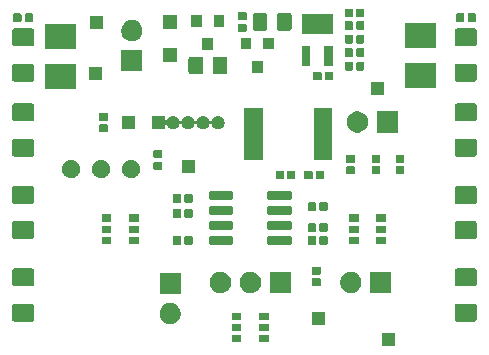
<source format=gbr>
G04 #@! TF.GenerationSoftware,KiCad,Pcbnew,5.1.5-52549c5~86~ubuntu18.04.1*
G04 #@! TF.CreationDate,2020-04-12T16:23:40+01:00*
G04 #@! TF.ProjectId,OverdrivePedal_RevC,4f766572-6472-4697-9665-506564616c5f,RevC*
G04 #@! TF.SameCoordinates,Original*
G04 #@! TF.FileFunction,Soldermask,Top*
G04 #@! TF.FilePolarity,Negative*
%FSLAX46Y46*%
G04 Gerber Fmt 4.6, Leading zero omitted, Abs format (unit mm)*
G04 Created by KiCad (PCBNEW 5.1.5-52549c5~86~ubuntu18.04.1) date 2020-04-12 16:23:40*
%MOMM*%
%LPD*%
G04 APERTURE LIST*
%ADD10C,0.100000*%
G04 APERTURE END LIST*
D10*
G36*
X157218200Y-110355200D02*
G01*
X156116200Y-110355200D01*
X156116200Y-109253200D01*
X157218200Y-109253200D01*
X157218200Y-110355200D01*
G37*
G36*
X146518800Y-110044200D02*
G01*
X145716800Y-110044200D01*
X145716800Y-109432200D01*
X146518800Y-109432200D01*
X146518800Y-110044200D01*
G37*
G36*
X144198800Y-110044200D02*
G01*
X143396800Y-110044200D01*
X143396800Y-109432200D01*
X144198800Y-109432200D01*
X144198800Y-110044200D01*
G37*
G36*
X146518800Y-109094200D02*
G01*
X145716800Y-109094200D01*
X145716800Y-108482200D01*
X146518800Y-108482200D01*
X146518800Y-109094200D01*
G37*
G36*
X144198800Y-109094200D02*
G01*
X143396800Y-109094200D01*
X143396800Y-108482200D01*
X144198800Y-108482200D01*
X144198800Y-109094200D01*
G37*
G36*
X151300000Y-108551800D02*
G01*
X150198000Y-108551800D01*
X150198000Y-107449800D01*
X151300000Y-107449800D01*
X151300000Y-108551800D01*
G37*
G36*
X138289512Y-106723727D02*
G01*
X138438812Y-106753424D01*
X138602784Y-106821344D01*
X138750354Y-106919947D01*
X138875853Y-107045446D01*
X138974456Y-107193016D01*
X139042376Y-107356988D01*
X139077000Y-107531059D01*
X139077000Y-107708541D01*
X139042376Y-107882612D01*
X138974456Y-108046584D01*
X138875853Y-108194154D01*
X138750354Y-108319653D01*
X138602784Y-108418256D01*
X138438812Y-108486176D01*
X138289512Y-108515873D01*
X138264742Y-108520800D01*
X138087258Y-108520800D01*
X138062488Y-108515873D01*
X137913188Y-108486176D01*
X137749216Y-108418256D01*
X137601646Y-108319653D01*
X137476147Y-108194154D01*
X137377544Y-108046584D01*
X137309624Y-107882612D01*
X137275000Y-107708541D01*
X137275000Y-107531059D01*
X137309624Y-107356988D01*
X137377544Y-107193016D01*
X137476147Y-107045446D01*
X137601646Y-106919947D01*
X137749216Y-106821344D01*
X137913188Y-106753424D01*
X138062488Y-106723727D01*
X138087258Y-106718800D01*
X138264742Y-106718800D01*
X138289512Y-106723727D01*
G37*
G36*
X163970562Y-106773181D02*
G01*
X164005481Y-106783774D01*
X164037663Y-106800976D01*
X164065873Y-106824127D01*
X164089024Y-106852337D01*
X164106226Y-106884519D01*
X164116819Y-106919438D01*
X164121000Y-106961895D01*
X164121000Y-108103105D01*
X164116819Y-108145562D01*
X164106226Y-108180481D01*
X164089024Y-108212663D01*
X164065873Y-108240873D01*
X164037663Y-108264024D01*
X164005481Y-108281226D01*
X163970562Y-108291819D01*
X163928105Y-108296000D01*
X162461895Y-108296000D01*
X162419438Y-108291819D01*
X162384519Y-108281226D01*
X162352337Y-108264024D01*
X162324127Y-108240873D01*
X162300976Y-108212663D01*
X162283774Y-108180481D01*
X162273181Y-108145562D01*
X162269000Y-108103105D01*
X162269000Y-106961895D01*
X162273181Y-106919438D01*
X162283774Y-106884519D01*
X162300976Y-106852337D01*
X162324127Y-106824127D01*
X162352337Y-106800976D01*
X162384519Y-106783774D01*
X162419438Y-106773181D01*
X162461895Y-106769000D01*
X163928105Y-106769000D01*
X163970562Y-106773181D01*
G37*
G36*
X126505562Y-106773181D02*
G01*
X126540481Y-106783774D01*
X126572663Y-106800976D01*
X126600873Y-106824127D01*
X126624024Y-106852337D01*
X126641226Y-106884519D01*
X126651819Y-106919438D01*
X126656000Y-106961895D01*
X126656000Y-108103105D01*
X126651819Y-108145562D01*
X126641226Y-108180481D01*
X126624024Y-108212663D01*
X126600873Y-108240873D01*
X126572663Y-108264024D01*
X126540481Y-108281226D01*
X126505562Y-108291819D01*
X126463105Y-108296000D01*
X124996895Y-108296000D01*
X124954438Y-108291819D01*
X124919519Y-108281226D01*
X124887337Y-108264024D01*
X124859127Y-108240873D01*
X124835976Y-108212663D01*
X124818774Y-108180481D01*
X124808181Y-108145562D01*
X124804000Y-108103105D01*
X124804000Y-106961895D01*
X124808181Y-106919438D01*
X124818774Y-106884519D01*
X124835976Y-106852337D01*
X124859127Y-106824127D01*
X124887337Y-106800976D01*
X124919519Y-106783774D01*
X124954438Y-106773181D01*
X124996895Y-106769000D01*
X126463105Y-106769000D01*
X126505562Y-106773181D01*
G37*
G36*
X144198800Y-108144200D02*
G01*
X143396800Y-108144200D01*
X143396800Y-107532200D01*
X144198800Y-107532200D01*
X144198800Y-108144200D01*
G37*
G36*
X146518800Y-108144200D02*
G01*
X145716800Y-108144200D01*
X145716800Y-107532200D01*
X146518800Y-107532200D01*
X146518800Y-108144200D01*
G37*
G36*
X139077000Y-105980800D02*
G01*
X137275000Y-105980800D01*
X137275000Y-104178800D01*
X139077000Y-104178800D01*
X139077000Y-105980800D01*
G37*
G36*
X156907800Y-105879200D02*
G01*
X155105800Y-105879200D01*
X155105800Y-104077200D01*
X156907800Y-104077200D01*
X156907800Y-105879200D01*
G37*
G36*
X148398800Y-105879200D02*
G01*
X146596800Y-105879200D01*
X146596800Y-104077200D01*
X148398800Y-104077200D01*
X148398800Y-105879200D01*
G37*
G36*
X153580312Y-104082127D02*
G01*
X153729612Y-104111824D01*
X153893584Y-104179744D01*
X154041154Y-104278347D01*
X154166653Y-104403846D01*
X154265256Y-104551416D01*
X154333176Y-104715388D01*
X154367800Y-104889459D01*
X154367800Y-105066941D01*
X154333176Y-105241012D01*
X154265256Y-105404984D01*
X154166653Y-105552554D01*
X154041154Y-105678053D01*
X153893584Y-105776656D01*
X153729612Y-105844576D01*
X153580312Y-105874273D01*
X153555542Y-105879200D01*
X153378058Y-105879200D01*
X153353288Y-105874273D01*
X153203988Y-105844576D01*
X153040016Y-105776656D01*
X152892446Y-105678053D01*
X152766947Y-105552554D01*
X152668344Y-105404984D01*
X152600424Y-105241012D01*
X152565800Y-105066941D01*
X152565800Y-104889459D01*
X152600424Y-104715388D01*
X152668344Y-104551416D01*
X152766947Y-104403846D01*
X152892446Y-104278347D01*
X153040016Y-104179744D01*
X153203988Y-104111824D01*
X153353288Y-104082127D01*
X153378058Y-104077200D01*
X153555542Y-104077200D01*
X153580312Y-104082127D01*
G37*
G36*
X145071312Y-104082127D02*
G01*
X145220612Y-104111824D01*
X145384584Y-104179744D01*
X145532154Y-104278347D01*
X145657653Y-104403846D01*
X145756256Y-104551416D01*
X145824176Y-104715388D01*
X145858800Y-104889459D01*
X145858800Y-105066941D01*
X145824176Y-105241012D01*
X145756256Y-105404984D01*
X145657653Y-105552554D01*
X145532154Y-105678053D01*
X145384584Y-105776656D01*
X145220612Y-105844576D01*
X145071312Y-105874273D01*
X145046542Y-105879200D01*
X144869058Y-105879200D01*
X144844288Y-105874273D01*
X144694988Y-105844576D01*
X144531016Y-105776656D01*
X144383446Y-105678053D01*
X144257947Y-105552554D01*
X144159344Y-105404984D01*
X144091424Y-105241012D01*
X144056800Y-105066941D01*
X144056800Y-104889459D01*
X144091424Y-104715388D01*
X144159344Y-104551416D01*
X144257947Y-104403846D01*
X144383446Y-104278347D01*
X144531016Y-104179744D01*
X144694988Y-104111824D01*
X144844288Y-104082127D01*
X144869058Y-104077200D01*
X145046542Y-104077200D01*
X145071312Y-104082127D01*
G37*
G36*
X142531312Y-104082127D02*
G01*
X142680612Y-104111824D01*
X142844584Y-104179744D01*
X142992154Y-104278347D01*
X143117653Y-104403846D01*
X143216256Y-104551416D01*
X143284176Y-104715388D01*
X143318800Y-104889459D01*
X143318800Y-105066941D01*
X143284176Y-105241012D01*
X143216256Y-105404984D01*
X143117653Y-105552554D01*
X142992154Y-105678053D01*
X142844584Y-105776656D01*
X142680612Y-105844576D01*
X142531312Y-105874273D01*
X142506542Y-105879200D01*
X142329058Y-105879200D01*
X142304288Y-105874273D01*
X142154988Y-105844576D01*
X141991016Y-105776656D01*
X141843446Y-105678053D01*
X141717947Y-105552554D01*
X141619344Y-105404984D01*
X141551424Y-105241012D01*
X141516800Y-105066941D01*
X141516800Y-104889459D01*
X141551424Y-104715388D01*
X141619344Y-104551416D01*
X141717947Y-104403846D01*
X141843446Y-104278347D01*
X141991016Y-104179744D01*
X142154988Y-104111824D01*
X142304288Y-104082127D01*
X142329058Y-104077200D01*
X142506542Y-104077200D01*
X142531312Y-104082127D01*
G37*
G36*
X163970562Y-103798181D02*
G01*
X164005481Y-103808774D01*
X164037663Y-103825976D01*
X164065873Y-103849127D01*
X164089024Y-103877337D01*
X164106226Y-103909519D01*
X164116819Y-103944438D01*
X164121000Y-103986895D01*
X164121000Y-105128105D01*
X164116819Y-105170562D01*
X164106226Y-105205481D01*
X164089024Y-105237663D01*
X164065873Y-105265873D01*
X164037663Y-105289024D01*
X164005481Y-105306226D01*
X163970562Y-105316819D01*
X163928105Y-105321000D01*
X162461895Y-105321000D01*
X162419438Y-105316819D01*
X162384519Y-105306226D01*
X162352337Y-105289024D01*
X162324127Y-105265873D01*
X162300976Y-105237663D01*
X162283774Y-105205481D01*
X162273181Y-105170562D01*
X162269000Y-105128105D01*
X162269000Y-103986895D01*
X162273181Y-103944438D01*
X162283774Y-103909519D01*
X162300976Y-103877337D01*
X162324127Y-103849127D01*
X162352337Y-103825976D01*
X162384519Y-103808774D01*
X162419438Y-103798181D01*
X162461895Y-103794000D01*
X163928105Y-103794000D01*
X163970562Y-103798181D01*
G37*
G36*
X126505562Y-103798181D02*
G01*
X126540481Y-103808774D01*
X126572663Y-103825976D01*
X126600873Y-103849127D01*
X126624024Y-103877337D01*
X126641226Y-103909519D01*
X126651819Y-103944438D01*
X126656000Y-103986895D01*
X126656000Y-105128105D01*
X126651819Y-105170562D01*
X126641226Y-105205481D01*
X126624024Y-105237663D01*
X126600873Y-105265873D01*
X126572663Y-105289024D01*
X126540481Y-105306226D01*
X126505562Y-105316819D01*
X126463105Y-105321000D01*
X124996895Y-105321000D01*
X124954438Y-105316819D01*
X124919519Y-105306226D01*
X124887337Y-105289024D01*
X124859127Y-105265873D01*
X124835976Y-105237663D01*
X124818774Y-105205481D01*
X124808181Y-105170562D01*
X124804000Y-105128105D01*
X124804000Y-103986895D01*
X124808181Y-103944438D01*
X124818774Y-103909519D01*
X124835976Y-103877337D01*
X124859127Y-103849127D01*
X124887337Y-103825976D01*
X124919519Y-103808774D01*
X124954438Y-103798181D01*
X124996895Y-103794000D01*
X126463105Y-103794000D01*
X126505562Y-103798181D01*
G37*
G36*
X150827738Y-104611916D02*
G01*
X150848357Y-104618171D01*
X150867353Y-104628324D01*
X150884008Y-104641992D01*
X150897676Y-104658647D01*
X150907829Y-104677643D01*
X150914084Y-104698262D01*
X150916800Y-104725840D01*
X150916800Y-105184560D01*
X150914084Y-105212138D01*
X150907829Y-105232757D01*
X150897676Y-105251753D01*
X150884008Y-105268408D01*
X150867353Y-105282076D01*
X150848357Y-105292229D01*
X150827738Y-105298484D01*
X150800160Y-105301200D01*
X150291440Y-105301200D01*
X150263862Y-105298484D01*
X150243243Y-105292229D01*
X150224247Y-105282076D01*
X150207592Y-105268408D01*
X150193924Y-105251753D01*
X150183771Y-105232757D01*
X150177516Y-105212138D01*
X150174800Y-105184560D01*
X150174800Y-104725840D01*
X150177516Y-104698262D01*
X150183771Y-104677643D01*
X150193924Y-104658647D01*
X150207592Y-104641992D01*
X150224247Y-104628324D01*
X150243243Y-104618171D01*
X150263862Y-104611916D01*
X150291440Y-104609200D01*
X150800160Y-104609200D01*
X150827738Y-104611916D01*
G37*
G36*
X150827738Y-103641916D02*
G01*
X150848357Y-103648171D01*
X150867353Y-103658324D01*
X150884008Y-103671992D01*
X150897676Y-103688647D01*
X150907829Y-103707643D01*
X150914084Y-103728262D01*
X150916800Y-103755840D01*
X150916800Y-104214560D01*
X150914084Y-104242138D01*
X150907829Y-104262757D01*
X150897676Y-104281753D01*
X150884008Y-104298408D01*
X150867353Y-104312076D01*
X150848357Y-104322229D01*
X150827738Y-104328484D01*
X150800160Y-104331200D01*
X150291440Y-104331200D01*
X150263862Y-104328484D01*
X150243243Y-104322229D01*
X150224247Y-104312076D01*
X150207592Y-104298408D01*
X150193924Y-104281753D01*
X150183771Y-104262757D01*
X150177516Y-104242138D01*
X150174800Y-104214560D01*
X150174800Y-103755840D01*
X150177516Y-103728262D01*
X150183771Y-103707643D01*
X150193924Y-103688647D01*
X150207592Y-103671992D01*
X150224247Y-103658324D01*
X150243243Y-103648171D01*
X150263862Y-103641916D01*
X150291440Y-103639200D01*
X150800160Y-103639200D01*
X150827738Y-103641916D01*
G37*
G36*
X139984738Y-101053916D02*
G01*
X140005357Y-101060171D01*
X140024353Y-101070324D01*
X140041008Y-101083992D01*
X140054676Y-101100647D01*
X140064829Y-101119643D01*
X140071084Y-101140262D01*
X140073800Y-101167840D01*
X140073800Y-101676560D01*
X140071084Y-101704138D01*
X140064829Y-101724757D01*
X140054676Y-101743753D01*
X140041008Y-101760408D01*
X140024353Y-101774076D01*
X140005357Y-101784229D01*
X139984738Y-101790484D01*
X139957160Y-101793200D01*
X139498440Y-101793200D01*
X139470862Y-101790484D01*
X139450243Y-101784229D01*
X139431247Y-101774076D01*
X139414592Y-101760408D01*
X139400924Y-101743753D01*
X139390771Y-101724757D01*
X139384516Y-101704138D01*
X139381800Y-101676560D01*
X139381800Y-101167840D01*
X139384516Y-101140262D01*
X139390771Y-101119643D01*
X139400924Y-101100647D01*
X139414592Y-101083992D01*
X139431247Y-101070324D01*
X139450243Y-101060171D01*
X139470862Y-101053916D01*
X139498440Y-101051200D01*
X139957160Y-101051200D01*
X139984738Y-101053916D01*
G37*
G36*
X139014738Y-101053916D02*
G01*
X139035357Y-101060171D01*
X139054353Y-101070324D01*
X139071008Y-101083992D01*
X139084676Y-101100647D01*
X139094829Y-101119643D01*
X139101084Y-101140262D01*
X139103800Y-101167840D01*
X139103800Y-101676560D01*
X139101084Y-101704138D01*
X139094829Y-101724757D01*
X139084676Y-101743753D01*
X139071008Y-101760408D01*
X139054353Y-101774076D01*
X139035357Y-101784229D01*
X139014738Y-101790484D01*
X138987160Y-101793200D01*
X138528440Y-101793200D01*
X138500862Y-101790484D01*
X138480243Y-101784229D01*
X138461247Y-101774076D01*
X138444592Y-101760408D01*
X138430924Y-101743753D01*
X138420771Y-101724757D01*
X138414516Y-101704138D01*
X138411800Y-101676560D01*
X138411800Y-101167840D01*
X138414516Y-101140262D01*
X138420771Y-101119643D01*
X138430924Y-101100647D01*
X138444592Y-101083992D01*
X138461247Y-101070324D01*
X138480243Y-101060171D01*
X138500862Y-101053916D01*
X138528440Y-101051200D01*
X138987160Y-101051200D01*
X139014738Y-101053916D01*
G37*
G36*
X151414738Y-101053916D02*
G01*
X151435357Y-101060171D01*
X151454353Y-101070324D01*
X151471008Y-101083992D01*
X151484676Y-101100647D01*
X151494829Y-101119643D01*
X151501084Y-101140262D01*
X151503800Y-101167840D01*
X151503800Y-101676560D01*
X151501084Y-101704138D01*
X151494829Y-101724757D01*
X151484676Y-101743753D01*
X151471008Y-101760408D01*
X151454353Y-101774076D01*
X151435357Y-101784229D01*
X151414738Y-101790484D01*
X151387160Y-101793200D01*
X150928440Y-101793200D01*
X150900862Y-101790484D01*
X150880243Y-101784229D01*
X150861247Y-101774076D01*
X150844592Y-101760408D01*
X150830924Y-101743753D01*
X150820771Y-101724757D01*
X150814516Y-101704138D01*
X150811800Y-101676560D01*
X150811800Y-101167840D01*
X150814516Y-101140262D01*
X150820771Y-101119643D01*
X150830924Y-101100647D01*
X150844592Y-101083992D01*
X150861247Y-101070324D01*
X150880243Y-101060171D01*
X150900862Y-101053916D01*
X150928440Y-101051200D01*
X151387160Y-101051200D01*
X151414738Y-101053916D01*
G37*
G36*
X150444738Y-101053916D02*
G01*
X150465357Y-101060171D01*
X150484353Y-101070324D01*
X150501008Y-101083992D01*
X150514676Y-101100647D01*
X150524829Y-101119643D01*
X150531084Y-101140262D01*
X150533800Y-101167840D01*
X150533800Y-101676560D01*
X150531084Y-101704138D01*
X150524829Y-101724757D01*
X150514676Y-101743753D01*
X150501008Y-101760408D01*
X150484353Y-101774076D01*
X150465357Y-101784229D01*
X150444738Y-101790484D01*
X150417160Y-101793200D01*
X149958440Y-101793200D01*
X149930862Y-101790484D01*
X149910243Y-101784229D01*
X149891247Y-101774076D01*
X149874592Y-101760408D01*
X149860924Y-101743753D01*
X149850771Y-101724757D01*
X149844516Y-101704138D01*
X149841800Y-101676560D01*
X149841800Y-101167840D01*
X149844516Y-101140262D01*
X149850771Y-101119643D01*
X149860924Y-101100647D01*
X149874592Y-101083992D01*
X149891247Y-101070324D01*
X149910243Y-101060171D01*
X149930862Y-101053916D01*
X149958440Y-101051200D01*
X150417160Y-101051200D01*
X150444738Y-101053916D01*
G37*
G36*
X148367728Y-101073964D02*
G01*
X148388809Y-101080360D01*
X148408245Y-101090748D01*
X148425276Y-101104724D01*
X148439252Y-101121755D01*
X148449640Y-101141191D01*
X148456036Y-101162272D01*
X148458800Y-101190340D01*
X148458800Y-101654060D01*
X148456036Y-101682128D01*
X148449640Y-101703209D01*
X148439252Y-101722645D01*
X148425276Y-101739676D01*
X148408245Y-101753652D01*
X148388809Y-101764040D01*
X148367728Y-101770436D01*
X148339660Y-101773200D01*
X146525940Y-101773200D01*
X146497872Y-101770436D01*
X146476791Y-101764040D01*
X146457355Y-101753652D01*
X146440324Y-101739676D01*
X146426348Y-101722645D01*
X146415960Y-101703209D01*
X146409564Y-101682128D01*
X146406800Y-101654060D01*
X146406800Y-101190340D01*
X146409564Y-101162272D01*
X146415960Y-101141191D01*
X146426348Y-101121755D01*
X146440324Y-101104724D01*
X146457355Y-101090748D01*
X146476791Y-101080360D01*
X146497872Y-101073964D01*
X146525940Y-101071200D01*
X148339660Y-101071200D01*
X148367728Y-101073964D01*
G37*
G36*
X143417728Y-101073964D02*
G01*
X143438809Y-101080360D01*
X143458245Y-101090748D01*
X143475276Y-101104724D01*
X143489252Y-101121755D01*
X143499640Y-101141191D01*
X143506036Y-101162272D01*
X143508800Y-101190340D01*
X143508800Y-101654060D01*
X143506036Y-101682128D01*
X143499640Y-101703209D01*
X143489252Y-101722645D01*
X143475276Y-101739676D01*
X143458245Y-101753652D01*
X143438809Y-101764040D01*
X143417728Y-101770436D01*
X143389660Y-101773200D01*
X141575940Y-101773200D01*
X141547872Y-101770436D01*
X141526791Y-101764040D01*
X141507355Y-101753652D01*
X141490324Y-101739676D01*
X141476348Y-101722645D01*
X141465960Y-101703209D01*
X141459564Y-101682128D01*
X141456800Y-101654060D01*
X141456800Y-101190340D01*
X141459564Y-101162272D01*
X141465960Y-101141191D01*
X141476348Y-101121755D01*
X141490324Y-101104724D01*
X141507355Y-101090748D01*
X141526791Y-101080360D01*
X141547872Y-101073964D01*
X141575940Y-101071200D01*
X143389660Y-101071200D01*
X143417728Y-101073964D01*
G37*
G36*
X154121800Y-101728200D02*
G01*
X153319800Y-101728200D01*
X153319800Y-101116200D01*
X154121800Y-101116200D01*
X154121800Y-101728200D01*
G37*
G36*
X156441800Y-101728200D02*
G01*
X155639800Y-101728200D01*
X155639800Y-101116200D01*
X156441800Y-101116200D01*
X156441800Y-101728200D01*
G37*
G36*
X135520600Y-101725700D02*
G01*
X134718600Y-101725700D01*
X134718600Y-101113700D01*
X135520600Y-101113700D01*
X135520600Y-101725700D01*
G37*
G36*
X133200600Y-101725700D02*
G01*
X132398600Y-101725700D01*
X132398600Y-101113700D01*
X133200600Y-101113700D01*
X133200600Y-101725700D01*
G37*
G36*
X126505562Y-99788181D02*
G01*
X126540481Y-99798774D01*
X126572663Y-99815976D01*
X126600873Y-99839127D01*
X126624024Y-99867337D01*
X126641226Y-99899519D01*
X126651819Y-99934438D01*
X126656000Y-99976895D01*
X126656000Y-101118105D01*
X126651819Y-101160562D01*
X126641226Y-101195481D01*
X126624024Y-101227663D01*
X126600873Y-101255873D01*
X126572663Y-101279024D01*
X126540481Y-101296226D01*
X126505562Y-101306819D01*
X126463105Y-101311000D01*
X124996895Y-101311000D01*
X124954438Y-101306819D01*
X124919519Y-101296226D01*
X124887337Y-101279024D01*
X124859127Y-101255873D01*
X124835976Y-101227663D01*
X124818774Y-101195481D01*
X124808181Y-101160562D01*
X124804000Y-101118105D01*
X124804000Y-99976895D01*
X124808181Y-99934438D01*
X124818774Y-99899519D01*
X124835976Y-99867337D01*
X124859127Y-99839127D01*
X124887337Y-99815976D01*
X124919519Y-99798774D01*
X124954438Y-99788181D01*
X124996895Y-99784000D01*
X126463105Y-99784000D01*
X126505562Y-99788181D01*
G37*
G36*
X163970562Y-99788181D02*
G01*
X164005481Y-99798774D01*
X164037663Y-99815976D01*
X164065873Y-99839127D01*
X164089024Y-99867337D01*
X164106226Y-99899519D01*
X164116819Y-99934438D01*
X164121000Y-99976895D01*
X164121000Y-101118105D01*
X164116819Y-101160562D01*
X164106226Y-101195481D01*
X164089024Y-101227663D01*
X164065873Y-101255873D01*
X164037663Y-101279024D01*
X164005481Y-101296226D01*
X163970562Y-101306819D01*
X163928105Y-101311000D01*
X162461895Y-101311000D01*
X162419438Y-101306819D01*
X162384519Y-101296226D01*
X162352337Y-101279024D01*
X162324127Y-101255873D01*
X162300976Y-101227663D01*
X162283774Y-101195481D01*
X162273181Y-101160562D01*
X162269000Y-101118105D01*
X162269000Y-99976895D01*
X162273181Y-99934438D01*
X162283774Y-99899519D01*
X162300976Y-99867337D01*
X162324127Y-99839127D01*
X162352337Y-99815976D01*
X162384519Y-99798774D01*
X162419438Y-99788181D01*
X162461895Y-99784000D01*
X163928105Y-99784000D01*
X163970562Y-99788181D01*
G37*
G36*
X156441800Y-100778200D02*
G01*
X155639800Y-100778200D01*
X155639800Y-100166200D01*
X156441800Y-100166200D01*
X156441800Y-100778200D01*
G37*
G36*
X154121800Y-100778200D02*
G01*
X153319800Y-100778200D01*
X153319800Y-100166200D01*
X154121800Y-100166200D01*
X154121800Y-100778200D01*
G37*
G36*
X135520600Y-100775700D02*
G01*
X134718600Y-100775700D01*
X134718600Y-100163700D01*
X135520600Y-100163700D01*
X135520600Y-100775700D01*
G37*
G36*
X133200600Y-100775700D02*
G01*
X132398600Y-100775700D01*
X132398600Y-100163700D01*
X133200600Y-100163700D01*
X133200600Y-100775700D01*
G37*
G36*
X151414738Y-99974416D02*
G01*
X151435357Y-99980671D01*
X151454353Y-99990824D01*
X151471008Y-100004492D01*
X151484676Y-100021147D01*
X151494829Y-100040143D01*
X151501084Y-100060762D01*
X151503800Y-100088340D01*
X151503800Y-100597060D01*
X151501084Y-100624638D01*
X151494829Y-100645257D01*
X151484676Y-100664253D01*
X151471008Y-100680908D01*
X151454353Y-100694576D01*
X151435357Y-100704729D01*
X151414738Y-100710984D01*
X151387160Y-100713700D01*
X150928440Y-100713700D01*
X150900862Y-100710984D01*
X150880243Y-100704729D01*
X150861247Y-100694576D01*
X150844592Y-100680908D01*
X150830924Y-100664253D01*
X150820771Y-100645257D01*
X150814516Y-100624638D01*
X150811800Y-100597060D01*
X150811800Y-100088340D01*
X150814516Y-100060762D01*
X150820771Y-100040143D01*
X150830924Y-100021147D01*
X150844592Y-100004492D01*
X150861247Y-99990824D01*
X150880243Y-99980671D01*
X150900862Y-99974416D01*
X150928440Y-99971700D01*
X151387160Y-99971700D01*
X151414738Y-99974416D01*
G37*
G36*
X150444738Y-99974416D02*
G01*
X150465357Y-99980671D01*
X150484353Y-99990824D01*
X150501008Y-100004492D01*
X150514676Y-100021147D01*
X150524829Y-100040143D01*
X150531084Y-100060762D01*
X150533800Y-100088340D01*
X150533800Y-100597060D01*
X150531084Y-100624638D01*
X150524829Y-100645257D01*
X150514676Y-100664253D01*
X150501008Y-100680908D01*
X150484353Y-100694576D01*
X150465357Y-100704729D01*
X150444738Y-100710984D01*
X150417160Y-100713700D01*
X149958440Y-100713700D01*
X149930862Y-100710984D01*
X149910243Y-100704729D01*
X149891247Y-100694576D01*
X149874592Y-100680908D01*
X149860924Y-100664253D01*
X149850771Y-100645257D01*
X149844516Y-100624638D01*
X149841800Y-100597060D01*
X149841800Y-100088340D01*
X149844516Y-100060762D01*
X149850771Y-100040143D01*
X149860924Y-100021147D01*
X149874592Y-100004492D01*
X149891247Y-99990824D01*
X149910243Y-99980671D01*
X149930862Y-99974416D01*
X149958440Y-99971700D01*
X150417160Y-99971700D01*
X150444738Y-99974416D01*
G37*
G36*
X148367728Y-99803964D02*
G01*
X148388809Y-99810360D01*
X148408245Y-99820748D01*
X148425276Y-99834724D01*
X148439252Y-99851755D01*
X148449640Y-99871191D01*
X148456036Y-99892272D01*
X148458800Y-99920340D01*
X148458800Y-100384060D01*
X148456036Y-100412128D01*
X148449640Y-100433209D01*
X148439252Y-100452645D01*
X148425276Y-100469676D01*
X148408245Y-100483652D01*
X148388809Y-100494040D01*
X148367728Y-100500436D01*
X148339660Y-100503200D01*
X146525940Y-100503200D01*
X146497872Y-100500436D01*
X146476791Y-100494040D01*
X146457355Y-100483652D01*
X146440324Y-100469676D01*
X146426348Y-100452645D01*
X146415960Y-100433209D01*
X146409564Y-100412128D01*
X146406800Y-100384060D01*
X146406800Y-99920340D01*
X146409564Y-99892272D01*
X146415960Y-99871191D01*
X146426348Y-99851755D01*
X146440324Y-99834724D01*
X146457355Y-99820748D01*
X146476791Y-99810360D01*
X146497872Y-99803964D01*
X146525940Y-99801200D01*
X148339660Y-99801200D01*
X148367728Y-99803964D01*
G37*
G36*
X143417728Y-99803964D02*
G01*
X143438809Y-99810360D01*
X143458245Y-99820748D01*
X143475276Y-99834724D01*
X143489252Y-99851755D01*
X143499640Y-99871191D01*
X143506036Y-99892272D01*
X143508800Y-99920340D01*
X143508800Y-100384060D01*
X143506036Y-100412128D01*
X143499640Y-100433209D01*
X143489252Y-100452645D01*
X143475276Y-100469676D01*
X143458245Y-100483652D01*
X143438809Y-100494040D01*
X143417728Y-100500436D01*
X143389660Y-100503200D01*
X141575940Y-100503200D01*
X141547872Y-100500436D01*
X141526791Y-100494040D01*
X141507355Y-100483652D01*
X141490324Y-100469676D01*
X141476348Y-100452645D01*
X141465960Y-100433209D01*
X141459564Y-100412128D01*
X141456800Y-100384060D01*
X141456800Y-99920340D01*
X141459564Y-99892272D01*
X141465960Y-99871191D01*
X141476348Y-99851755D01*
X141490324Y-99834724D01*
X141507355Y-99820748D01*
X141526791Y-99810360D01*
X141547872Y-99803964D01*
X141575940Y-99801200D01*
X143389660Y-99801200D01*
X143417728Y-99803964D01*
G37*
G36*
X156441800Y-99828200D02*
G01*
X155639800Y-99828200D01*
X155639800Y-99216200D01*
X156441800Y-99216200D01*
X156441800Y-99828200D01*
G37*
G36*
X154121800Y-99828200D02*
G01*
X153319800Y-99828200D01*
X153319800Y-99216200D01*
X154121800Y-99216200D01*
X154121800Y-99828200D01*
G37*
G36*
X135520600Y-99825700D02*
G01*
X134718600Y-99825700D01*
X134718600Y-99213700D01*
X135520600Y-99213700D01*
X135520600Y-99825700D01*
G37*
G36*
X133200600Y-99825700D02*
G01*
X132398600Y-99825700D01*
X132398600Y-99213700D01*
X133200600Y-99213700D01*
X133200600Y-99825700D01*
G37*
G36*
X139984738Y-98767916D02*
G01*
X140005357Y-98774171D01*
X140024353Y-98784324D01*
X140041008Y-98797992D01*
X140054676Y-98814647D01*
X140064829Y-98833643D01*
X140071084Y-98854262D01*
X140073800Y-98881840D01*
X140073800Y-99390560D01*
X140071084Y-99418138D01*
X140064829Y-99438757D01*
X140054676Y-99457753D01*
X140041008Y-99474408D01*
X140024353Y-99488076D01*
X140005357Y-99498229D01*
X139984738Y-99504484D01*
X139957160Y-99507200D01*
X139498440Y-99507200D01*
X139470862Y-99504484D01*
X139450243Y-99498229D01*
X139431247Y-99488076D01*
X139414592Y-99474408D01*
X139400924Y-99457753D01*
X139390771Y-99438757D01*
X139384516Y-99418138D01*
X139381800Y-99390560D01*
X139381800Y-98881840D01*
X139384516Y-98854262D01*
X139390771Y-98833643D01*
X139400924Y-98814647D01*
X139414592Y-98797992D01*
X139431247Y-98784324D01*
X139450243Y-98774171D01*
X139470862Y-98767916D01*
X139498440Y-98765200D01*
X139957160Y-98765200D01*
X139984738Y-98767916D01*
G37*
G36*
X139014738Y-98767916D02*
G01*
X139035357Y-98774171D01*
X139054353Y-98784324D01*
X139071008Y-98797992D01*
X139084676Y-98814647D01*
X139094829Y-98833643D01*
X139101084Y-98854262D01*
X139103800Y-98881840D01*
X139103800Y-99390560D01*
X139101084Y-99418138D01*
X139094829Y-99438757D01*
X139084676Y-99457753D01*
X139071008Y-99474408D01*
X139054353Y-99488076D01*
X139035357Y-99498229D01*
X139014738Y-99504484D01*
X138987160Y-99507200D01*
X138528440Y-99507200D01*
X138500862Y-99504484D01*
X138480243Y-99498229D01*
X138461247Y-99488076D01*
X138444592Y-99474408D01*
X138430924Y-99457753D01*
X138420771Y-99438757D01*
X138414516Y-99418138D01*
X138411800Y-99390560D01*
X138411800Y-98881840D01*
X138414516Y-98854262D01*
X138420771Y-98833643D01*
X138430924Y-98814647D01*
X138444592Y-98797992D01*
X138461247Y-98784324D01*
X138480243Y-98774171D01*
X138500862Y-98767916D01*
X138528440Y-98765200D01*
X138987160Y-98765200D01*
X139014738Y-98767916D01*
G37*
G36*
X143417728Y-98533964D02*
G01*
X143438809Y-98540360D01*
X143458245Y-98550748D01*
X143475276Y-98564724D01*
X143489252Y-98581755D01*
X143499640Y-98601191D01*
X143506036Y-98622272D01*
X143508800Y-98650340D01*
X143508800Y-99114060D01*
X143506036Y-99142128D01*
X143499640Y-99163209D01*
X143489252Y-99182645D01*
X143475276Y-99199676D01*
X143458245Y-99213652D01*
X143438809Y-99224040D01*
X143417728Y-99230436D01*
X143389660Y-99233200D01*
X141575940Y-99233200D01*
X141547872Y-99230436D01*
X141526791Y-99224040D01*
X141507355Y-99213652D01*
X141490324Y-99199676D01*
X141476348Y-99182645D01*
X141465960Y-99163209D01*
X141459564Y-99142128D01*
X141456800Y-99114060D01*
X141456800Y-98650340D01*
X141459564Y-98622272D01*
X141465960Y-98601191D01*
X141476348Y-98581755D01*
X141490324Y-98564724D01*
X141507355Y-98550748D01*
X141526791Y-98540360D01*
X141547872Y-98533964D01*
X141575940Y-98531200D01*
X143389660Y-98531200D01*
X143417728Y-98533964D01*
G37*
G36*
X148367728Y-98533964D02*
G01*
X148388809Y-98540360D01*
X148408245Y-98550748D01*
X148425276Y-98564724D01*
X148439252Y-98581755D01*
X148449640Y-98601191D01*
X148456036Y-98622272D01*
X148458800Y-98650340D01*
X148458800Y-99114060D01*
X148456036Y-99142128D01*
X148449640Y-99163209D01*
X148439252Y-99182645D01*
X148425276Y-99199676D01*
X148408245Y-99213652D01*
X148388809Y-99224040D01*
X148367728Y-99230436D01*
X148339660Y-99233200D01*
X146525940Y-99233200D01*
X146497872Y-99230436D01*
X146476791Y-99224040D01*
X146457355Y-99213652D01*
X146440324Y-99199676D01*
X146426348Y-99182645D01*
X146415960Y-99163209D01*
X146409564Y-99142128D01*
X146406800Y-99114060D01*
X146406800Y-98650340D01*
X146409564Y-98622272D01*
X146415960Y-98601191D01*
X146426348Y-98581755D01*
X146440324Y-98564724D01*
X146457355Y-98550748D01*
X146476791Y-98540360D01*
X146497872Y-98533964D01*
X146525940Y-98531200D01*
X148339660Y-98531200D01*
X148367728Y-98533964D01*
G37*
G36*
X151414738Y-98196416D02*
G01*
X151435357Y-98202671D01*
X151454353Y-98212824D01*
X151471008Y-98226492D01*
X151484676Y-98243147D01*
X151494829Y-98262143D01*
X151501084Y-98282762D01*
X151503800Y-98310340D01*
X151503800Y-98819060D01*
X151501084Y-98846638D01*
X151494829Y-98867257D01*
X151484676Y-98886253D01*
X151471008Y-98902908D01*
X151454353Y-98916576D01*
X151435357Y-98926729D01*
X151414738Y-98932984D01*
X151387160Y-98935700D01*
X150928440Y-98935700D01*
X150900862Y-98932984D01*
X150880243Y-98926729D01*
X150861247Y-98916576D01*
X150844592Y-98902908D01*
X150830924Y-98886253D01*
X150820771Y-98867257D01*
X150814516Y-98846638D01*
X150811800Y-98819060D01*
X150811800Y-98310340D01*
X150814516Y-98282762D01*
X150820771Y-98262143D01*
X150830924Y-98243147D01*
X150844592Y-98226492D01*
X150861247Y-98212824D01*
X150880243Y-98202671D01*
X150900862Y-98196416D01*
X150928440Y-98193700D01*
X151387160Y-98193700D01*
X151414738Y-98196416D01*
G37*
G36*
X150444738Y-98196416D02*
G01*
X150465357Y-98202671D01*
X150484353Y-98212824D01*
X150501008Y-98226492D01*
X150514676Y-98243147D01*
X150524829Y-98262143D01*
X150531084Y-98282762D01*
X150533800Y-98310340D01*
X150533800Y-98819060D01*
X150531084Y-98846638D01*
X150524829Y-98867257D01*
X150514676Y-98886253D01*
X150501008Y-98902908D01*
X150484353Y-98916576D01*
X150465357Y-98926729D01*
X150444738Y-98932984D01*
X150417160Y-98935700D01*
X149958440Y-98935700D01*
X149930862Y-98932984D01*
X149910243Y-98926729D01*
X149891247Y-98916576D01*
X149874592Y-98902908D01*
X149860924Y-98886253D01*
X149850771Y-98867257D01*
X149844516Y-98846638D01*
X149841800Y-98819060D01*
X149841800Y-98310340D01*
X149844516Y-98282762D01*
X149850771Y-98262143D01*
X149860924Y-98243147D01*
X149874592Y-98226492D01*
X149891247Y-98212824D01*
X149910243Y-98202671D01*
X149930862Y-98196416D01*
X149958440Y-98193700D01*
X150417160Y-98193700D01*
X150444738Y-98196416D01*
G37*
G36*
X163970562Y-96813181D02*
G01*
X164005481Y-96823774D01*
X164037663Y-96840976D01*
X164065873Y-96864127D01*
X164089024Y-96892337D01*
X164106226Y-96924519D01*
X164116819Y-96959438D01*
X164121000Y-97001895D01*
X164121000Y-98143105D01*
X164116819Y-98185562D01*
X164106226Y-98220481D01*
X164089025Y-98252662D01*
X164065873Y-98280873D01*
X164037663Y-98304024D01*
X164005481Y-98321226D01*
X163970562Y-98331819D01*
X163928105Y-98336000D01*
X162461895Y-98336000D01*
X162419438Y-98331819D01*
X162384519Y-98321226D01*
X162352337Y-98304024D01*
X162324127Y-98280873D01*
X162300975Y-98252662D01*
X162283774Y-98220481D01*
X162273181Y-98185562D01*
X162269000Y-98143105D01*
X162269000Y-97001895D01*
X162273181Y-96959438D01*
X162283774Y-96924519D01*
X162300976Y-96892337D01*
X162324127Y-96864127D01*
X162352337Y-96840976D01*
X162384519Y-96823774D01*
X162419438Y-96813181D01*
X162461895Y-96809000D01*
X163928105Y-96809000D01*
X163970562Y-96813181D01*
G37*
G36*
X126505562Y-96813181D02*
G01*
X126540481Y-96823774D01*
X126572663Y-96840976D01*
X126600873Y-96864127D01*
X126624024Y-96892337D01*
X126641226Y-96924519D01*
X126651819Y-96959438D01*
X126656000Y-97001895D01*
X126656000Y-98143105D01*
X126651819Y-98185562D01*
X126641226Y-98220481D01*
X126624025Y-98252662D01*
X126600873Y-98280873D01*
X126572663Y-98304024D01*
X126540481Y-98321226D01*
X126505562Y-98331819D01*
X126463105Y-98336000D01*
X124996895Y-98336000D01*
X124954438Y-98331819D01*
X124919519Y-98321226D01*
X124887337Y-98304024D01*
X124859127Y-98280873D01*
X124835975Y-98252662D01*
X124818774Y-98220481D01*
X124808181Y-98185562D01*
X124804000Y-98143105D01*
X124804000Y-97001895D01*
X124808181Y-96959438D01*
X124818774Y-96924519D01*
X124835976Y-96892337D01*
X124859127Y-96864127D01*
X124887337Y-96840976D01*
X124919519Y-96823774D01*
X124954438Y-96813181D01*
X124996895Y-96809000D01*
X126463105Y-96809000D01*
X126505562Y-96813181D01*
G37*
G36*
X139014738Y-97497916D02*
G01*
X139035357Y-97504171D01*
X139054353Y-97514324D01*
X139071008Y-97527992D01*
X139084676Y-97544647D01*
X139094829Y-97563643D01*
X139101084Y-97584262D01*
X139103800Y-97611840D01*
X139103800Y-98120560D01*
X139101084Y-98148138D01*
X139094829Y-98168757D01*
X139084676Y-98187753D01*
X139071008Y-98204408D01*
X139054353Y-98218076D01*
X139035357Y-98228229D01*
X139014738Y-98234484D01*
X138987160Y-98237200D01*
X138528440Y-98237200D01*
X138500862Y-98234484D01*
X138480243Y-98228229D01*
X138461247Y-98218076D01*
X138444592Y-98204408D01*
X138430924Y-98187753D01*
X138420771Y-98168757D01*
X138414516Y-98148138D01*
X138411800Y-98120560D01*
X138411800Y-97611840D01*
X138414516Y-97584262D01*
X138420771Y-97563643D01*
X138430924Y-97544647D01*
X138444592Y-97527992D01*
X138461247Y-97514324D01*
X138480243Y-97504171D01*
X138500862Y-97497916D01*
X138528440Y-97495200D01*
X138987160Y-97495200D01*
X139014738Y-97497916D01*
G37*
G36*
X139984738Y-97497916D02*
G01*
X140005357Y-97504171D01*
X140024353Y-97514324D01*
X140041008Y-97527992D01*
X140054676Y-97544647D01*
X140064829Y-97563643D01*
X140071084Y-97584262D01*
X140073800Y-97611840D01*
X140073800Y-98120560D01*
X140071084Y-98148138D01*
X140064829Y-98168757D01*
X140054676Y-98187753D01*
X140041008Y-98204408D01*
X140024353Y-98218076D01*
X140005357Y-98228229D01*
X139984738Y-98234484D01*
X139957160Y-98237200D01*
X139498440Y-98237200D01*
X139470862Y-98234484D01*
X139450243Y-98228229D01*
X139431247Y-98218076D01*
X139414592Y-98204408D01*
X139400924Y-98187753D01*
X139390771Y-98168757D01*
X139384516Y-98148138D01*
X139381800Y-98120560D01*
X139381800Y-97611840D01*
X139384516Y-97584262D01*
X139390771Y-97563643D01*
X139400924Y-97544647D01*
X139414592Y-97527992D01*
X139431247Y-97514324D01*
X139450243Y-97504171D01*
X139470862Y-97497916D01*
X139498440Y-97495200D01*
X139957160Y-97495200D01*
X139984738Y-97497916D01*
G37*
G36*
X148367728Y-97263964D02*
G01*
X148388809Y-97270360D01*
X148408245Y-97280748D01*
X148425276Y-97294724D01*
X148439252Y-97311755D01*
X148449640Y-97331191D01*
X148456036Y-97352272D01*
X148458800Y-97380340D01*
X148458800Y-97844060D01*
X148456036Y-97872128D01*
X148449640Y-97893209D01*
X148439252Y-97912645D01*
X148425276Y-97929676D01*
X148408245Y-97943652D01*
X148388809Y-97954040D01*
X148367728Y-97960436D01*
X148339660Y-97963200D01*
X146525940Y-97963200D01*
X146497872Y-97960436D01*
X146476791Y-97954040D01*
X146457355Y-97943652D01*
X146440324Y-97929676D01*
X146426348Y-97912645D01*
X146415960Y-97893209D01*
X146409564Y-97872128D01*
X146406800Y-97844060D01*
X146406800Y-97380340D01*
X146409564Y-97352272D01*
X146415960Y-97331191D01*
X146426348Y-97311755D01*
X146440324Y-97294724D01*
X146457355Y-97280748D01*
X146476791Y-97270360D01*
X146497872Y-97263964D01*
X146525940Y-97261200D01*
X148339660Y-97261200D01*
X148367728Y-97263964D01*
G37*
G36*
X143417728Y-97263964D02*
G01*
X143438809Y-97270360D01*
X143458245Y-97280748D01*
X143475276Y-97294724D01*
X143489252Y-97311755D01*
X143499640Y-97331191D01*
X143506036Y-97352272D01*
X143508800Y-97380340D01*
X143508800Y-97844060D01*
X143506036Y-97872128D01*
X143499640Y-97893209D01*
X143489252Y-97912645D01*
X143475276Y-97929676D01*
X143458245Y-97943652D01*
X143438809Y-97954040D01*
X143417728Y-97960436D01*
X143389660Y-97963200D01*
X141575940Y-97963200D01*
X141547872Y-97960436D01*
X141526791Y-97954040D01*
X141507355Y-97943652D01*
X141490324Y-97929676D01*
X141476348Y-97912645D01*
X141465960Y-97893209D01*
X141459564Y-97872128D01*
X141456800Y-97844060D01*
X141456800Y-97380340D01*
X141459564Y-97352272D01*
X141465960Y-97331191D01*
X141476348Y-97311755D01*
X141490324Y-97294724D01*
X141507355Y-97280748D01*
X141526791Y-97270360D01*
X141547872Y-97263964D01*
X141575940Y-97261200D01*
X143389660Y-97261200D01*
X143417728Y-97263964D01*
G37*
G36*
X147726938Y-95516716D02*
G01*
X147747557Y-95522971D01*
X147766553Y-95533124D01*
X147783208Y-95546792D01*
X147796876Y-95563447D01*
X147807029Y-95582443D01*
X147813284Y-95603062D01*
X147816000Y-95630640D01*
X147816000Y-96139360D01*
X147813284Y-96166938D01*
X147807029Y-96187557D01*
X147796876Y-96206553D01*
X147783208Y-96223208D01*
X147766553Y-96236876D01*
X147747557Y-96247029D01*
X147726938Y-96253284D01*
X147699360Y-96256000D01*
X147240640Y-96256000D01*
X147213062Y-96253284D01*
X147192443Y-96247029D01*
X147173447Y-96236876D01*
X147156792Y-96223208D01*
X147143124Y-96206553D01*
X147132971Y-96187557D01*
X147126716Y-96166938D01*
X147124000Y-96139360D01*
X147124000Y-95630640D01*
X147126716Y-95603062D01*
X147132971Y-95582443D01*
X147143124Y-95563447D01*
X147156792Y-95546792D01*
X147173447Y-95533124D01*
X147192443Y-95522971D01*
X147213062Y-95516716D01*
X147240640Y-95514000D01*
X147699360Y-95514000D01*
X147726938Y-95516716D01*
G37*
G36*
X148696938Y-95516716D02*
G01*
X148717557Y-95522971D01*
X148736553Y-95533124D01*
X148753208Y-95546792D01*
X148766876Y-95563447D01*
X148777029Y-95582443D01*
X148783284Y-95603062D01*
X148786000Y-95630640D01*
X148786000Y-96139360D01*
X148783284Y-96166938D01*
X148777029Y-96187557D01*
X148766876Y-96206553D01*
X148753208Y-96223208D01*
X148736553Y-96236876D01*
X148717557Y-96247029D01*
X148696938Y-96253284D01*
X148669360Y-96256000D01*
X148210640Y-96256000D01*
X148183062Y-96253284D01*
X148162443Y-96247029D01*
X148143447Y-96236876D01*
X148126792Y-96223208D01*
X148113124Y-96206553D01*
X148102971Y-96187557D01*
X148096716Y-96166938D01*
X148094000Y-96139360D01*
X148094000Y-95630640D01*
X148096716Y-95603062D01*
X148102971Y-95582443D01*
X148113124Y-95563447D01*
X148126792Y-95546792D01*
X148143447Y-95533124D01*
X148162443Y-95522971D01*
X148183062Y-95516716D01*
X148210640Y-95514000D01*
X148669360Y-95514000D01*
X148696938Y-95516716D01*
G37*
G36*
X150139938Y-95516716D02*
G01*
X150160557Y-95522971D01*
X150179553Y-95533124D01*
X150196208Y-95546792D01*
X150209876Y-95563447D01*
X150220029Y-95582443D01*
X150226284Y-95603062D01*
X150229000Y-95630640D01*
X150229000Y-96139360D01*
X150226284Y-96166938D01*
X150220029Y-96187557D01*
X150209876Y-96206553D01*
X150196208Y-96223208D01*
X150179553Y-96236876D01*
X150160557Y-96247029D01*
X150139938Y-96253284D01*
X150112360Y-96256000D01*
X149653640Y-96256000D01*
X149626062Y-96253284D01*
X149605443Y-96247029D01*
X149586447Y-96236876D01*
X149569792Y-96223208D01*
X149556124Y-96206553D01*
X149545971Y-96187557D01*
X149539716Y-96166938D01*
X149537000Y-96139360D01*
X149537000Y-95630640D01*
X149539716Y-95603062D01*
X149545971Y-95582443D01*
X149556124Y-95563447D01*
X149569792Y-95546792D01*
X149586447Y-95533124D01*
X149605443Y-95522971D01*
X149626062Y-95516716D01*
X149653640Y-95514000D01*
X150112360Y-95514000D01*
X150139938Y-95516716D01*
G37*
G36*
X151109938Y-95516716D02*
G01*
X151130557Y-95522971D01*
X151149553Y-95533124D01*
X151166208Y-95546792D01*
X151179876Y-95563447D01*
X151190029Y-95582443D01*
X151196284Y-95603062D01*
X151199000Y-95630640D01*
X151199000Y-96139360D01*
X151196284Y-96166938D01*
X151190029Y-96187557D01*
X151179876Y-96206553D01*
X151166208Y-96223208D01*
X151149553Y-96236876D01*
X151130557Y-96247029D01*
X151109938Y-96253284D01*
X151082360Y-96256000D01*
X150623640Y-96256000D01*
X150596062Y-96253284D01*
X150575443Y-96247029D01*
X150556447Y-96236876D01*
X150539792Y-96223208D01*
X150526124Y-96206553D01*
X150515971Y-96187557D01*
X150509716Y-96166938D01*
X150507000Y-96139360D01*
X150507000Y-95630640D01*
X150509716Y-95603062D01*
X150515971Y-95582443D01*
X150526124Y-95563447D01*
X150539792Y-95546792D01*
X150556447Y-95533124D01*
X150575443Y-95522971D01*
X150596062Y-95516716D01*
X150623640Y-95514000D01*
X151082360Y-95514000D01*
X151109938Y-95516716D01*
G37*
G36*
X132459589Y-94615876D02*
G01*
X132558893Y-94635629D01*
X132699206Y-94693748D01*
X132825484Y-94778125D01*
X132932875Y-94885516D01*
X133017252Y-95011794D01*
X133075371Y-95152107D01*
X133105000Y-95301063D01*
X133105000Y-95452937D01*
X133075371Y-95601893D01*
X133017252Y-95742206D01*
X132932875Y-95868484D01*
X132825484Y-95975875D01*
X132699206Y-96060252D01*
X132558893Y-96118371D01*
X132459589Y-96138124D01*
X132409938Y-96148000D01*
X132258062Y-96148000D01*
X132208411Y-96138124D01*
X132109107Y-96118371D01*
X131968794Y-96060252D01*
X131842516Y-95975875D01*
X131735125Y-95868484D01*
X131650748Y-95742206D01*
X131592629Y-95601893D01*
X131563000Y-95452937D01*
X131563000Y-95301063D01*
X131592629Y-95152107D01*
X131650748Y-95011794D01*
X131735125Y-94885516D01*
X131842516Y-94778125D01*
X131968794Y-94693748D01*
X132109107Y-94635629D01*
X132208411Y-94615876D01*
X132258062Y-94606000D01*
X132409938Y-94606000D01*
X132459589Y-94615876D01*
G37*
G36*
X134999589Y-94615876D02*
G01*
X135098893Y-94635629D01*
X135239206Y-94693748D01*
X135365484Y-94778125D01*
X135472875Y-94885516D01*
X135557252Y-95011794D01*
X135615371Y-95152107D01*
X135645000Y-95301063D01*
X135645000Y-95452937D01*
X135615371Y-95601893D01*
X135557252Y-95742206D01*
X135472875Y-95868484D01*
X135365484Y-95975875D01*
X135239206Y-96060252D01*
X135098893Y-96118371D01*
X134999589Y-96138124D01*
X134949938Y-96148000D01*
X134798062Y-96148000D01*
X134748411Y-96138124D01*
X134649107Y-96118371D01*
X134508794Y-96060252D01*
X134382516Y-95975875D01*
X134275125Y-95868484D01*
X134190748Y-95742206D01*
X134132629Y-95601893D01*
X134103000Y-95452937D01*
X134103000Y-95301063D01*
X134132629Y-95152107D01*
X134190748Y-95011794D01*
X134275125Y-94885516D01*
X134382516Y-94778125D01*
X134508794Y-94693748D01*
X134649107Y-94635629D01*
X134748411Y-94615876D01*
X134798062Y-94606000D01*
X134949938Y-94606000D01*
X134999589Y-94615876D01*
G37*
G36*
X129919589Y-94615876D02*
G01*
X130018893Y-94635629D01*
X130159206Y-94693748D01*
X130285484Y-94778125D01*
X130392875Y-94885516D01*
X130477252Y-95011794D01*
X130535371Y-95152107D01*
X130565000Y-95301063D01*
X130565000Y-95452937D01*
X130535371Y-95601893D01*
X130477252Y-95742206D01*
X130392875Y-95868484D01*
X130285484Y-95975875D01*
X130159206Y-96060252D01*
X130018893Y-96118371D01*
X129919589Y-96138124D01*
X129869938Y-96148000D01*
X129718062Y-96148000D01*
X129668411Y-96138124D01*
X129569107Y-96118371D01*
X129428794Y-96060252D01*
X129302516Y-95975875D01*
X129195125Y-95868484D01*
X129110748Y-95742206D01*
X129052629Y-95601893D01*
X129023000Y-95452937D01*
X129023000Y-95301063D01*
X129052629Y-95152107D01*
X129110748Y-95011794D01*
X129195125Y-94885516D01*
X129302516Y-94778125D01*
X129428794Y-94693748D01*
X129569107Y-94635629D01*
X129668411Y-94615876D01*
X129718062Y-94606000D01*
X129869938Y-94606000D01*
X129919589Y-94615876D01*
G37*
G36*
X153723338Y-95137716D02*
G01*
X153743957Y-95143971D01*
X153762953Y-95154124D01*
X153779608Y-95167792D01*
X153793276Y-95184447D01*
X153803429Y-95203443D01*
X153809684Y-95224062D01*
X153812400Y-95251640D01*
X153812400Y-95710360D01*
X153809684Y-95737938D01*
X153803429Y-95758557D01*
X153793276Y-95777553D01*
X153779608Y-95794208D01*
X153762953Y-95807876D01*
X153743957Y-95818029D01*
X153723338Y-95824284D01*
X153695760Y-95827000D01*
X153187040Y-95827000D01*
X153159462Y-95824284D01*
X153138843Y-95818029D01*
X153119847Y-95807876D01*
X153103192Y-95794208D01*
X153089524Y-95777553D01*
X153079371Y-95758557D01*
X153073116Y-95737938D01*
X153070400Y-95710360D01*
X153070400Y-95251640D01*
X153073116Y-95224062D01*
X153079371Y-95203443D01*
X153089524Y-95184447D01*
X153103192Y-95167792D01*
X153119847Y-95154124D01*
X153138843Y-95143971D01*
X153159462Y-95137716D01*
X153187040Y-95135000D01*
X153695760Y-95135000D01*
X153723338Y-95137716D01*
G37*
G36*
X155882338Y-95137716D02*
G01*
X155902957Y-95143971D01*
X155921953Y-95154124D01*
X155938608Y-95167792D01*
X155952276Y-95184447D01*
X155962429Y-95203443D01*
X155968684Y-95224062D01*
X155971400Y-95251640D01*
X155971400Y-95710360D01*
X155968684Y-95737938D01*
X155962429Y-95758557D01*
X155952276Y-95777553D01*
X155938608Y-95794208D01*
X155921953Y-95807876D01*
X155902957Y-95818029D01*
X155882338Y-95824284D01*
X155854760Y-95827000D01*
X155346040Y-95827000D01*
X155318462Y-95824284D01*
X155297843Y-95818029D01*
X155278847Y-95807876D01*
X155262192Y-95794208D01*
X155248524Y-95777553D01*
X155238371Y-95758557D01*
X155232116Y-95737938D01*
X155229400Y-95710360D01*
X155229400Y-95251640D01*
X155232116Y-95224062D01*
X155238371Y-95203443D01*
X155248524Y-95184447D01*
X155262192Y-95167792D01*
X155278847Y-95154124D01*
X155297843Y-95143971D01*
X155318462Y-95137716D01*
X155346040Y-95135000D01*
X155854760Y-95135000D01*
X155882338Y-95137716D01*
G37*
G36*
X157914338Y-95137716D02*
G01*
X157934957Y-95143971D01*
X157953953Y-95154124D01*
X157970608Y-95167792D01*
X157984276Y-95184447D01*
X157994429Y-95203443D01*
X158000684Y-95224062D01*
X158003400Y-95251640D01*
X158003400Y-95710360D01*
X158000684Y-95737938D01*
X157994429Y-95758557D01*
X157984276Y-95777553D01*
X157970608Y-95794208D01*
X157953953Y-95807876D01*
X157934957Y-95818029D01*
X157914338Y-95824284D01*
X157886760Y-95827000D01*
X157378040Y-95827000D01*
X157350462Y-95824284D01*
X157329843Y-95818029D01*
X157310847Y-95807876D01*
X157294192Y-95794208D01*
X157280524Y-95777553D01*
X157270371Y-95758557D01*
X157264116Y-95737938D01*
X157261400Y-95710360D01*
X157261400Y-95251640D01*
X157264116Y-95224062D01*
X157270371Y-95203443D01*
X157280524Y-95184447D01*
X157294192Y-95167792D01*
X157310847Y-95154124D01*
X157329843Y-95143971D01*
X157350462Y-95137716D01*
X157378040Y-95135000D01*
X157886760Y-95135000D01*
X157914338Y-95137716D01*
G37*
G36*
X140251000Y-95712100D02*
G01*
X139149000Y-95712100D01*
X139149000Y-94610100D01*
X140251000Y-94610100D01*
X140251000Y-95712100D01*
G37*
G36*
X137416538Y-94744016D02*
G01*
X137437157Y-94750271D01*
X137456153Y-94760424D01*
X137472808Y-94774092D01*
X137486476Y-94790747D01*
X137496629Y-94809743D01*
X137502884Y-94830362D01*
X137505600Y-94857940D01*
X137505600Y-95316660D01*
X137502884Y-95344238D01*
X137496629Y-95364857D01*
X137486476Y-95383853D01*
X137472808Y-95400508D01*
X137456153Y-95414176D01*
X137437157Y-95424329D01*
X137416538Y-95430584D01*
X137388960Y-95433300D01*
X136880240Y-95433300D01*
X136852662Y-95430584D01*
X136832043Y-95424329D01*
X136813047Y-95414176D01*
X136796392Y-95400508D01*
X136782724Y-95383853D01*
X136772571Y-95364857D01*
X136766316Y-95344238D01*
X136763600Y-95316660D01*
X136763600Y-94857940D01*
X136766316Y-94830362D01*
X136772571Y-94809743D01*
X136782724Y-94790747D01*
X136796392Y-94774092D01*
X136813047Y-94760424D01*
X136832043Y-94750271D01*
X136852662Y-94744016D01*
X136880240Y-94741300D01*
X137388960Y-94741300D01*
X137416538Y-94744016D01*
G37*
G36*
X157914338Y-94167716D02*
G01*
X157934957Y-94173971D01*
X157953953Y-94184124D01*
X157970608Y-94197792D01*
X157984276Y-94214447D01*
X157994429Y-94233443D01*
X158000684Y-94254062D01*
X158003400Y-94281640D01*
X158003400Y-94740360D01*
X158000684Y-94767938D01*
X157994429Y-94788557D01*
X157984276Y-94807553D01*
X157970608Y-94824208D01*
X157953953Y-94837876D01*
X157934957Y-94848029D01*
X157914338Y-94854284D01*
X157886760Y-94857000D01*
X157378040Y-94857000D01*
X157350462Y-94854284D01*
X157329843Y-94848029D01*
X157310847Y-94837876D01*
X157294192Y-94824208D01*
X157280524Y-94807553D01*
X157270371Y-94788557D01*
X157264116Y-94767938D01*
X157261400Y-94740360D01*
X157261400Y-94281640D01*
X157264116Y-94254062D01*
X157270371Y-94233443D01*
X157280524Y-94214447D01*
X157294192Y-94197792D01*
X157310847Y-94184124D01*
X157329843Y-94173971D01*
X157350462Y-94167716D01*
X157378040Y-94165000D01*
X157886760Y-94165000D01*
X157914338Y-94167716D01*
G37*
G36*
X155882338Y-94167716D02*
G01*
X155902957Y-94173971D01*
X155921953Y-94184124D01*
X155938608Y-94197792D01*
X155952276Y-94214447D01*
X155962429Y-94233443D01*
X155968684Y-94254062D01*
X155971400Y-94281640D01*
X155971400Y-94740360D01*
X155968684Y-94767938D01*
X155962429Y-94788557D01*
X155952276Y-94807553D01*
X155938608Y-94824208D01*
X155921953Y-94837876D01*
X155902957Y-94848029D01*
X155882338Y-94854284D01*
X155854760Y-94857000D01*
X155346040Y-94857000D01*
X155318462Y-94854284D01*
X155297843Y-94848029D01*
X155278847Y-94837876D01*
X155262192Y-94824208D01*
X155248524Y-94807553D01*
X155238371Y-94788557D01*
X155232116Y-94767938D01*
X155229400Y-94740360D01*
X155229400Y-94281640D01*
X155232116Y-94254062D01*
X155238371Y-94233443D01*
X155248524Y-94214447D01*
X155262192Y-94197792D01*
X155278847Y-94184124D01*
X155297843Y-94173971D01*
X155318462Y-94167716D01*
X155346040Y-94165000D01*
X155854760Y-94165000D01*
X155882338Y-94167716D01*
G37*
G36*
X153723338Y-94167716D02*
G01*
X153743957Y-94173971D01*
X153762953Y-94184124D01*
X153779608Y-94197792D01*
X153793276Y-94214447D01*
X153803429Y-94233443D01*
X153809684Y-94254062D01*
X153812400Y-94281640D01*
X153812400Y-94740360D01*
X153809684Y-94767938D01*
X153803429Y-94788557D01*
X153793276Y-94807553D01*
X153779608Y-94824208D01*
X153762953Y-94837876D01*
X153743957Y-94848029D01*
X153723338Y-94854284D01*
X153695760Y-94857000D01*
X153187040Y-94857000D01*
X153159462Y-94854284D01*
X153138843Y-94848029D01*
X153119847Y-94837876D01*
X153103192Y-94824208D01*
X153089524Y-94807553D01*
X153079371Y-94788557D01*
X153073116Y-94767938D01*
X153070400Y-94740360D01*
X153070400Y-94281640D01*
X153073116Y-94254062D01*
X153079371Y-94233443D01*
X153089524Y-94214447D01*
X153103192Y-94197792D01*
X153119847Y-94184124D01*
X153138843Y-94173971D01*
X153159462Y-94167716D01*
X153187040Y-94165000D01*
X153695760Y-94165000D01*
X153723338Y-94167716D01*
G37*
G36*
X146009600Y-94631200D02*
G01*
X144457600Y-94631200D01*
X144457600Y-90179200D01*
X146009600Y-90179200D01*
X146009600Y-94631200D01*
G37*
G36*
X151909600Y-94631200D02*
G01*
X150357600Y-94631200D01*
X150357600Y-90179200D01*
X151909600Y-90179200D01*
X151909600Y-94631200D01*
G37*
G36*
X137416538Y-93774016D02*
G01*
X137437157Y-93780271D01*
X137456153Y-93790424D01*
X137472808Y-93804092D01*
X137486476Y-93820747D01*
X137496629Y-93839743D01*
X137502884Y-93860362D01*
X137505600Y-93887940D01*
X137505600Y-94346660D01*
X137502884Y-94374238D01*
X137496629Y-94394857D01*
X137486476Y-94413853D01*
X137472808Y-94430508D01*
X137456153Y-94444176D01*
X137437157Y-94454329D01*
X137416538Y-94460584D01*
X137388960Y-94463300D01*
X136880240Y-94463300D01*
X136852662Y-94460584D01*
X136832043Y-94454329D01*
X136813047Y-94444176D01*
X136796392Y-94430508D01*
X136782724Y-94413853D01*
X136772571Y-94394857D01*
X136766316Y-94374238D01*
X136763600Y-94346660D01*
X136763600Y-93887940D01*
X136766316Y-93860362D01*
X136772571Y-93839743D01*
X136782724Y-93820747D01*
X136796392Y-93804092D01*
X136813047Y-93790424D01*
X136832043Y-93780271D01*
X136852662Y-93774016D01*
X136880240Y-93771300D01*
X137388960Y-93771300D01*
X137416538Y-93774016D01*
G37*
G36*
X163970562Y-92803181D02*
G01*
X164005481Y-92813774D01*
X164037663Y-92830976D01*
X164065873Y-92854127D01*
X164089024Y-92882337D01*
X164106226Y-92914519D01*
X164116819Y-92949438D01*
X164121000Y-92991895D01*
X164121000Y-94133105D01*
X164116819Y-94175562D01*
X164106226Y-94210481D01*
X164089024Y-94242663D01*
X164065873Y-94270873D01*
X164037663Y-94294024D01*
X164005481Y-94311226D01*
X163970562Y-94321819D01*
X163928105Y-94326000D01*
X162461895Y-94326000D01*
X162419438Y-94321819D01*
X162384519Y-94311226D01*
X162352337Y-94294024D01*
X162324127Y-94270873D01*
X162300976Y-94242663D01*
X162283774Y-94210481D01*
X162273181Y-94175562D01*
X162269000Y-94133105D01*
X162269000Y-92991895D01*
X162273181Y-92949438D01*
X162283774Y-92914519D01*
X162300976Y-92882337D01*
X162324127Y-92854127D01*
X162352337Y-92830976D01*
X162384519Y-92813774D01*
X162419438Y-92803181D01*
X162461895Y-92799000D01*
X163928105Y-92799000D01*
X163970562Y-92803181D01*
G37*
G36*
X126505562Y-92803181D02*
G01*
X126540481Y-92813774D01*
X126572663Y-92830976D01*
X126600873Y-92854127D01*
X126624024Y-92882337D01*
X126641226Y-92914519D01*
X126651819Y-92949438D01*
X126656000Y-92991895D01*
X126656000Y-94133105D01*
X126651819Y-94175562D01*
X126641226Y-94210481D01*
X126624024Y-94242663D01*
X126600873Y-94270873D01*
X126572663Y-94294024D01*
X126540481Y-94311226D01*
X126505562Y-94321819D01*
X126463105Y-94326000D01*
X124996895Y-94326000D01*
X124954438Y-94321819D01*
X124919519Y-94311226D01*
X124887337Y-94294024D01*
X124859127Y-94270873D01*
X124835976Y-94242663D01*
X124818774Y-94210481D01*
X124808181Y-94175562D01*
X124804000Y-94133105D01*
X124804000Y-92991895D01*
X124808181Y-92949438D01*
X124818774Y-92914519D01*
X124835976Y-92882337D01*
X124859127Y-92854127D01*
X124887337Y-92830976D01*
X124919519Y-92813774D01*
X124954438Y-92803181D01*
X124996895Y-92799000D01*
X126463105Y-92799000D01*
X126505562Y-92803181D01*
G37*
G36*
X154139112Y-90493127D02*
G01*
X154288412Y-90522824D01*
X154452384Y-90590744D01*
X154599954Y-90689347D01*
X154725453Y-90814846D01*
X154824056Y-90962416D01*
X154891976Y-91126388D01*
X154916629Y-91250329D01*
X154926168Y-91298284D01*
X154926600Y-91300459D01*
X154926600Y-91477941D01*
X154891976Y-91652012D01*
X154824056Y-91815984D01*
X154725453Y-91963554D01*
X154599954Y-92089053D01*
X154452384Y-92187656D01*
X154288412Y-92255576D01*
X154139112Y-92285273D01*
X154114342Y-92290200D01*
X153936858Y-92290200D01*
X153912088Y-92285273D01*
X153762788Y-92255576D01*
X153598816Y-92187656D01*
X153451246Y-92089053D01*
X153325747Y-91963554D01*
X153227144Y-91815984D01*
X153159224Y-91652012D01*
X153124600Y-91477941D01*
X153124600Y-91300459D01*
X153125033Y-91298284D01*
X153134571Y-91250329D01*
X153159224Y-91126388D01*
X153227144Y-90962416D01*
X153325747Y-90814846D01*
X153451246Y-90689347D01*
X153598816Y-90590744D01*
X153762788Y-90522824D01*
X153912088Y-90493127D01*
X153936858Y-90488200D01*
X154114342Y-90488200D01*
X154139112Y-90493127D01*
G37*
G36*
X157466600Y-92290200D02*
G01*
X155664600Y-92290200D01*
X155664600Y-90488200D01*
X157466600Y-90488200D01*
X157466600Y-92290200D01*
G37*
G36*
X132806438Y-91581716D02*
G01*
X132827057Y-91587971D01*
X132846053Y-91598124D01*
X132862708Y-91611792D01*
X132876376Y-91628447D01*
X132886529Y-91647443D01*
X132892784Y-91668062D01*
X132895500Y-91695640D01*
X132895500Y-92154360D01*
X132892784Y-92181938D01*
X132886529Y-92202557D01*
X132876376Y-92221553D01*
X132862708Y-92238208D01*
X132846053Y-92251876D01*
X132827057Y-92262029D01*
X132806438Y-92268284D01*
X132778860Y-92271000D01*
X132270140Y-92271000D01*
X132242562Y-92268284D01*
X132221943Y-92262029D01*
X132202947Y-92251876D01*
X132186292Y-92238208D01*
X132172624Y-92221553D01*
X132162471Y-92202557D01*
X132156216Y-92181938D01*
X132153500Y-92154360D01*
X132153500Y-91695640D01*
X132156216Y-91668062D01*
X132162471Y-91647443D01*
X132172624Y-91628447D01*
X132186292Y-91611792D01*
X132202947Y-91598124D01*
X132221943Y-91587971D01*
X132242562Y-91581716D01*
X132270140Y-91579000D01*
X132778860Y-91579000D01*
X132806438Y-91581716D01*
G37*
G36*
X135171000Y-91991000D02*
G01*
X134069000Y-91991000D01*
X134069000Y-90889000D01*
X135171000Y-90889000D01*
X135171000Y-91991000D01*
G37*
G36*
X137711000Y-91112218D02*
G01*
X137713402Y-91136604D01*
X137720515Y-91160053D01*
X137732066Y-91181664D01*
X137747611Y-91200606D01*
X137766553Y-91216151D01*
X137788164Y-91227702D01*
X137811613Y-91234815D01*
X137835999Y-91237217D01*
X137860385Y-91234815D01*
X137883834Y-91227702D01*
X137905445Y-91216151D01*
X137924387Y-91200606D01*
X137939932Y-91181664D01*
X138002009Y-91088760D01*
X138002010Y-91088758D01*
X138078758Y-91012010D01*
X138169004Y-90951710D01*
X138169005Y-90951709D01*
X138269279Y-90910174D01*
X138375730Y-90889000D01*
X138484270Y-90889000D01*
X138590721Y-90910174D01*
X138690995Y-90951709D01*
X138690996Y-90951710D01*
X138781242Y-91012010D01*
X138857990Y-91088758D01*
X138857991Y-91088760D01*
X138918291Y-91179005D01*
X138949516Y-91254389D01*
X138961067Y-91276000D01*
X138976612Y-91294941D01*
X138995554Y-91310487D01*
X139017165Y-91322038D01*
X139040614Y-91329151D01*
X139065000Y-91331553D01*
X139089386Y-91329151D01*
X139112835Y-91322038D01*
X139134446Y-91310487D01*
X139153387Y-91294942D01*
X139168933Y-91276000D01*
X139180484Y-91254389D01*
X139211709Y-91179005D01*
X139272009Y-91088760D01*
X139272010Y-91088758D01*
X139348758Y-91012010D01*
X139439004Y-90951710D01*
X139439005Y-90951709D01*
X139539279Y-90910174D01*
X139645730Y-90889000D01*
X139754270Y-90889000D01*
X139860721Y-90910174D01*
X139960995Y-90951709D01*
X139960996Y-90951710D01*
X140051242Y-91012010D01*
X140127990Y-91088758D01*
X140127991Y-91088760D01*
X140188291Y-91179005D01*
X140219516Y-91254389D01*
X140231067Y-91276000D01*
X140246612Y-91294941D01*
X140265554Y-91310487D01*
X140287165Y-91322038D01*
X140310614Y-91329151D01*
X140335000Y-91331553D01*
X140359386Y-91329151D01*
X140382835Y-91322038D01*
X140404446Y-91310487D01*
X140423387Y-91294942D01*
X140438933Y-91276000D01*
X140450484Y-91254389D01*
X140481709Y-91179005D01*
X140542009Y-91088760D01*
X140542010Y-91088758D01*
X140618758Y-91012010D01*
X140709004Y-90951710D01*
X140709005Y-90951709D01*
X140809279Y-90910174D01*
X140915730Y-90889000D01*
X141024270Y-90889000D01*
X141130721Y-90910174D01*
X141230995Y-90951709D01*
X141230996Y-90951710D01*
X141321242Y-91012010D01*
X141397990Y-91088758D01*
X141397991Y-91088760D01*
X141458291Y-91179005D01*
X141489516Y-91254389D01*
X141501067Y-91276000D01*
X141516612Y-91294941D01*
X141535554Y-91310487D01*
X141557165Y-91322038D01*
X141580614Y-91329151D01*
X141605000Y-91331553D01*
X141629386Y-91329151D01*
X141652835Y-91322038D01*
X141674446Y-91310487D01*
X141693387Y-91294942D01*
X141708933Y-91276000D01*
X141720484Y-91254389D01*
X141751709Y-91179005D01*
X141812009Y-91088760D01*
X141812010Y-91088758D01*
X141888758Y-91012010D01*
X141979004Y-90951710D01*
X141979005Y-90951709D01*
X142079279Y-90910174D01*
X142185730Y-90889000D01*
X142294270Y-90889000D01*
X142400721Y-90910174D01*
X142500995Y-90951709D01*
X142500996Y-90951710D01*
X142591242Y-91012010D01*
X142667990Y-91088758D01*
X142667991Y-91088760D01*
X142728291Y-91179005D01*
X142769826Y-91279279D01*
X142791000Y-91385730D01*
X142791000Y-91494270D01*
X142769826Y-91600721D01*
X142728291Y-91700995D01*
X142728290Y-91700996D01*
X142667990Y-91791242D01*
X142591242Y-91867990D01*
X142545812Y-91898345D01*
X142500995Y-91928291D01*
X142400721Y-91969826D01*
X142294270Y-91991000D01*
X142185730Y-91991000D01*
X142079279Y-91969826D01*
X141979005Y-91928291D01*
X141934188Y-91898345D01*
X141888758Y-91867990D01*
X141812010Y-91791242D01*
X141751710Y-91700996D01*
X141751709Y-91700995D01*
X141720484Y-91625611D01*
X141708933Y-91604000D01*
X141693388Y-91585059D01*
X141674446Y-91569513D01*
X141652835Y-91557962D01*
X141629386Y-91550849D01*
X141605000Y-91548447D01*
X141580614Y-91550849D01*
X141557165Y-91557962D01*
X141535554Y-91569513D01*
X141516613Y-91585058D01*
X141501067Y-91604000D01*
X141489516Y-91625611D01*
X141458291Y-91700995D01*
X141458290Y-91700996D01*
X141397990Y-91791242D01*
X141321242Y-91867990D01*
X141275812Y-91898345D01*
X141230995Y-91928291D01*
X141130721Y-91969826D01*
X141024270Y-91991000D01*
X140915730Y-91991000D01*
X140809279Y-91969826D01*
X140709005Y-91928291D01*
X140664188Y-91898345D01*
X140618758Y-91867990D01*
X140542010Y-91791242D01*
X140481710Y-91700996D01*
X140481709Y-91700995D01*
X140450484Y-91625611D01*
X140438933Y-91604000D01*
X140423388Y-91585059D01*
X140404446Y-91569513D01*
X140382835Y-91557962D01*
X140359386Y-91550849D01*
X140335000Y-91548447D01*
X140310614Y-91550849D01*
X140287165Y-91557962D01*
X140265554Y-91569513D01*
X140246613Y-91585058D01*
X140231067Y-91604000D01*
X140219516Y-91625611D01*
X140188291Y-91700995D01*
X140188290Y-91700996D01*
X140127990Y-91791242D01*
X140051242Y-91867990D01*
X140005812Y-91898345D01*
X139960995Y-91928291D01*
X139860721Y-91969826D01*
X139754270Y-91991000D01*
X139645730Y-91991000D01*
X139539279Y-91969826D01*
X139439005Y-91928291D01*
X139394188Y-91898345D01*
X139348758Y-91867990D01*
X139272010Y-91791242D01*
X139211710Y-91700996D01*
X139211709Y-91700995D01*
X139180484Y-91625611D01*
X139168933Y-91604000D01*
X139153388Y-91585059D01*
X139134446Y-91569513D01*
X139112835Y-91557962D01*
X139089386Y-91550849D01*
X139065000Y-91548447D01*
X139040614Y-91550849D01*
X139017165Y-91557962D01*
X138995554Y-91569513D01*
X138976613Y-91585058D01*
X138961067Y-91604000D01*
X138949516Y-91625611D01*
X138918291Y-91700995D01*
X138918290Y-91700996D01*
X138857990Y-91791242D01*
X138781242Y-91867990D01*
X138735812Y-91898345D01*
X138690995Y-91928291D01*
X138590721Y-91969826D01*
X138484270Y-91991000D01*
X138375730Y-91991000D01*
X138269279Y-91969826D01*
X138169005Y-91928291D01*
X138124188Y-91898345D01*
X138078758Y-91867990D01*
X138002010Y-91791242D01*
X137981012Y-91759816D01*
X137939932Y-91698336D01*
X137924386Y-91679394D01*
X137905444Y-91663849D01*
X137883833Y-91652298D01*
X137860385Y-91645185D01*
X137835998Y-91642783D01*
X137811612Y-91645185D01*
X137788163Y-91652298D01*
X137766553Y-91663849D01*
X137747611Y-91679395D01*
X137732066Y-91698337D01*
X137720515Y-91719948D01*
X137713402Y-91743396D01*
X137711000Y-91767782D01*
X137711000Y-91991000D01*
X136609000Y-91991000D01*
X136609000Y-90889000D01*
X137711000Y-90889000D01*
X137711000Y-91112218D01*
G37*
G36*
X163970562Y-89828181D02*
G01*
X164005481Y-89838774D01*
X164037663Y-89855976D01*
X164065873Y-89879127D01*
X164089024Y-89907337D01*
X164106226Y-89939519D01*
X164116819Y-89974438D01*
X164121000Y-90016895D01*
X164121000Y-91158105D01*
X164116819Y-91200562D01*
X164106226Y-91235481D01*
X164089024Y-91267663D01*
X164065873Y-91295873D01*
X164037663Y-91319024D01*
X164005481Y-91336226D01*
X163970562Y-91346819D01*
X163928105Y-91351000D01*
X162461895Y-91351000D01*
X162419438Y-91346819D01*
X162384519Y-91336226D01*
X162352337Y-91319024D01*
X162324127Y-91295873D01*
X162300976Y-91267663D01*
X162283774Y-91235481D01*
X162273181Y-91200562D01*
X162269000Y-91158105D01*
X162269000Y-90016895D01*
X162273181Y-89974438D01*
X162283774Y-89939519D01*
X162300976Y-89907337D01*
X162324127Y-89879127D01*
X162352337Y-89855976D01*
X162384519Y-89838774D01*
X162419438Y-89828181D01*
X162461895Y-89824000D01*
X163928105Y-89824000D01*
X163970562Y-89828181D01*
G37*
G36*
X126505562Y-89828181D02*
G01*
X126540481Y-89838774D01*
X126572663Y-89855976D01*
X126600873Y-89879127D01*
X126624024Y-89907337D01*
X126641226Y-89939519D01*
X126651819Y-89974438D01*
X126656000Y-90016895D01*
X126656000Y-91158105D01*
X126651819Y-91200562D01*
X126641226Y-91235481D01*
X126624024Y-91267663D01*
X126600873Y-91295873D01*
X126572663Y-91319024D01*
X126540481Y-91336226D01*
X126505562Y-91346819D01*
X126463105Y-91351000D01*
X124996895Y-91351000D01*
X124954438Y-91346819D01*
X124919519Y-91336226D01*
X124887337Y-91319024D01*
X124859127Y-91295873D01*
X124835976Y-91267663D01*
X124818774Y-91235481D01*
X124808181Y-91200562D01*
X124804000Y-91158105D01*
X124804000Y-90016895D01*
X124808181Y-89974438D01*
X124818774Y-89939519D01*
X124835976Y-89907337D01*
X124859127Y-89879127D01*
X124887337Y-89855976D01*
X124919519Y-89838774D01*
X124954438Y-89828181D01*
X124996895Y-89824000D01*
X126463105Y-89824000D01*
X126505562Y-89828181D01*
G37*
G36*
X132806438Y-90611716D02*
G01*
X132827057Y-90617971D01*
X132846053Y-90628124D01*
X132862708Y-90641792D01*
X132876376Y-90658447D01*
X132886529Y-90677443D01*
X132892784Y-90698062D01*
X132895500Y-90725640D01*
X132895500Y-91184360D01*
X132892784Y-91211938D01*
X132886529Y-91232557D01*
X132876376Y-91251553D01*
X132862708Y-91268208D01*
X132846053Y-91281876D01*
X132827057Y-91292029D01*
X132806438Y-91298284D01*
X132778860Y-91301000D01*
X132270140Y-91301000D01*
X132242562Y-91298284D01*
X132221943Y-91292029D01*
X132202947Y-91281876D01*
X132186292Y-91268208D01*
X132172624Y-91251553D01*
X132162471Y-91232557D01*
X132156216Y-91211938D01*
X132153500Y-91184360D01*
X132153500Y-90725640D01*
X132156216Y-90698062D01*
X132162471Y-90677443D01*
X132172624Y-90658447D01*
X132186292Y-90641792D01*
X132202947Y-90628124D01*
X132221943Y-90617971D01*
X132242562Y-90611716D01*
X132270140Y-90609000D01*
X132778860Y-90609000D01*
X132806438Y-90611716D01*
G37*
G36*
X156291100Y-89070000D02*
G01*
X155189100Y-89070000D01*
X155189100Y-87968000D01*
X156291100Y-87968000D01*
X156291100Y-89070000D01*
G37*
G36*
X130231000Y-88613000D02*
G01*
X127579000Y-88613000D01*
X127579000Y-86511000D01*
X130231000Y-86511000D01*
X130231000Y-88613000D01*
G37*
G36*
X160711000Y-88536800D02*
G01*
X158059000Y-88536800D01*
X158059000Y-86434800D01*
X160711000Y-86434800D01*
X160711000Y-88536800D01*
G37*
G36*
X163970562Y-86453181D02*
G01*
X164005481Y-86463774D01*
X164037663Y-86480976D01*
X164065873Y-86504127D01*
X164089024Y-86532337D01*
X164106226Y-86564519D01*
X164116819Y-86599438D01*
X164121000Y-86641895D01*
X164121000Y-87783105D01*
X164116819Y-87825562D01*
X164106226Y-87860481D01*
X164089024Y-87892663D01*
X164065873Y-87920873D01*
X164037663Y-87944024D01*
X164005481Y-87961226D01*
X163970562Y-87971819D01*
X163928105Y-87976000D01*
X162461895Y-87976000D01*
X162419438Y-87971819D01*
X162384519Y-87961226D01*
X162352337Y-87944024D01*
X162324127Y-87920873D01*
X162300976Y-87892663D01*
X162283774Y-87860481D01*
X162273181Y-87825562D01*
X162269000Y-87783105D01*
X162269000Y-86641895D01*
X162273181Y-86599438D01*
X162283774Y-86564519D01*
X162300976Y-86532337D01*
X162324127Y-86504127D01*
X162352337Y-86480976D01*
X162384519Y-86463774D01*
X162419438Y-86453181D01*
X162461895Y-86449000D01*
X163928105Y-86449000D01*
X163970562Y-86453181D01*
G37*
G36*
X126505562Y-86453181D02*
G01*
X126540481Y-86463774D01*
X126572663Y-86480976D01*
X126600873Y-86504127D01*
X126624024Y-86532337D01*
X126641226Y-86564519D01*
X126651819Y-86599438D01*
X126656000Y-86641895D01*
X126656000Y-87783105D01*
X126651819Y-87825562D01*
X126641226Y-87860481D01*
X126624024Y-87892663D01*
X126600873Y-87920873D01*
X126572663Y-87944024D01*
X126540481Y-87961226D01*
X126505562Y-87971819D01*
X126463105Y-87976000D01*
X124996895Y-87976000D01*
X124954438Y-87971819D01*
X124919519Y-87961226D01*
X124887337Y-87944024D01*
X124859127Y-87920873D01*
X124835976Y-87892663D01*
X124818774Y-87860481D01*
X124808181Y-87825562D01*
X124804000Y-87783105D01*
X124804000Y-86641895D01*
X124808181Y-86599438D01*
X124818774Y-86564519D01*
X124835976Y-86532337D01*
X124859127Y-86504127D01*
X124887337Y-86480976D01*
X124919519Y-86463774D01*
X124954438Y-86453181D01*
X124996895Y-86449000D01*
X126463105Y-86449000D01*
X126505562Y-86453181D01*
G37*
G36*
X132427800Y-87876200D02*
G01*
X131325800Y-87876200D01*
X131325800Y-86774200D01*
X132427800Y-86774200D01*
X132427800Y-87876200D01*
G37*
G36*
X150901938Y-87134716D02*
G01*
X150922557Y-87140971D01*
X150941553Y-87151124D01*
X150958208Y-87164792D01*
X150971876Y-87181447D01*
X150982029Y-87200443D01*
X150988284Y-87221062D01*
X150991000Y-87248640D01*
X150991000Y-87757360D01*
X150988284Y-87784938D01*
X150982029Y-87805557D01*
X150971876Y-87824553D01*
X150958208Y-87841208D01*
X150941553Y-87854876D01*
X150922557Y-87865029D01*
X150901938Y-87871284D01*
X150874360Y-87874000D01*
X150415640Y-87874000D01*
X150388062Y-87871284D01*
X150367443Y-87865029D01*
X150348447Y-87854876D01*
X150331792Y-87841208D01*
X150318124Y-87824553D01*
X150307971Y-87805557D01*
X150301716Y-87784938D01*
X150299000Y-87757360D01*
X150299000Y-87248640D01*
X150301716Y-87221062D01*
X150307971Y-87200443D01*
X150318124Y-87181447D01*
X150331792Y-87164792D01*
X150348447Y-87151124D01*
X150367443Y-87140971D01*
X150388062Y-87134716D01*
X150415640Y-87132000D01*
X150874360Y-87132000D01*
X150901938Y-87134716D01*
G37*
G36*
X151871938Y-87134716D02*
G01*
X151892557Y-87140971D01*
X151911553Y-87151124D01*
X151928208Y-87164792D01*
X151941876Y-87181447D01*
X151952029Y-87200443D01*
X151958284Y-87221062D01*
X151961000Y-87248640D01*
X151961000Y-87757360D01*
X151958284Y-87784938D01*
X151952029Y-87805557D01*
X151941876Y-87824553D01*
X151928208Y-87841208D01*
X151911553Y-87854876D01*
X151892557Y-87865029D01*
X151871938Y-87871284D01*
X151844360Y-87874000D01*
X151385640Y-87874000D01*
X151358062Y-87871284D01*
X151337443Y-87865029D01*
X151318447Y-87854876D01*
X151301792Y-87841208D01*
X151288124Y-87824553D01*
X151277971Y-87805557D01*
X151271716Y-87784938D01*
X151269000Y-87757360D01*
X151269000Y-87248640D01*
X151271716Y-87221062D01*
X151277971Y-87200443D01*
X151288124Y-87181447D01*
X151301792Y-87164792D01*
X151318447Y-87151124D01*
X151337443Y-87140971D01*
X151358062Y-87134716D01*
X151385640Y-87132000D01*
X151844360Y-87132000D01*
X151871938Y-87134716D01*
G37*
G36*
X142865074Y-85867465D02*
G01*
X142902767Y-85878899D01*
X142937503Y-85897466D01*
X142967948Y-85922452D01*
X142992934Y-85952897D01*
X143011501Y-85987633D01*
X143022935Y-86025326D01*
X143027400Y-86070661D01*
X143027400Y-87157339D01*
X143022935Y-87202674D01*
X143011501Y-87240367D01*
X142992934Y-87275103D01*
X142967948Y-87305548D01*
X142937503Y-87330534D01*
X142902767Y-87349101D01*
X142865074Y-87360535D01*
X142819739Y-87365000D01*
X141983061Y-87365000D01*
X141937726Y-87360535D01*
X141900033Y-87349101D01*
X141865297Y-87330534D01*
X141834852Y-87305548D01*
X141809866Y-87275103D01*
X141791299Y-87240367D01*
X141779865Y-87202674D01*
X141775400Y-87157339D01*
X141775400Y-86070661D01*
X141779865Y-86025326D01*
X141791299Y-85987633D01*
X141809866Y-85952897D01*
X141834852Y-85922452D01*
X141865297Y-85897466D01*
X141900033Y-85878899D01*
X141937726Y-85867465D01*
X141983061Y-85863000D01*
X142819739Y-85863000D01*
X142865074Y-85867465D01*
G37*
G36*
X140815074Y-85867465D02*
G01*
X140852767Y-85878899D01*
X140887503Y-85897466D01*
X140917948Y-85922452D01*
X140942934Y-85952897D01*
X140961501Y-85987633D01*
X140972935Y-86025326D01*
X140977400Y-86070661D01*
X140977400Y-87157339D01*
X140972935Y-87202674D01*
X140961501Y-87240367D01*
X140942934Y-87275103D01*
X140917948Y-87305548D01*
X140887503Y-87330534D01*
X140852767Y-87349101D01*
X140815074Y-87360535D01*
X140769739Y-87365000D01*
X139933061Y-87365000D01*
X139887726Y-87360535D01*
X139850033Y-87349101D01*
X139815297Y-87330534D01*
X139784852Y-87305548D01*
X139759866Y-87275103D01*
X139741299Y-87240367D01*
X139729865Y-87202674D01*
X139725400Y-87157339D01*
X139725400Y-86070661D01*
X139729865Y-86025326D01*
X139741299Y-85987633D01*
X139759866Y-85952897D01*
X139784852Y-85922452D01*
X139815297Y-85897466D01*
X139850033Y-85878899D01*
X139887726Y-85867465D01*
X139933061Y-85863000D01*
X140769739Y-85863000D01*
X140815074Y-85867465D01*
G37*
G36*
X145993000Y-87251400D02*
G01*
X145091000Y-87251400D01*
X145091000Y-86249400D01*
X145993000Y-86249400D01*
X145993000Y-87251400D01*
G37*
G36*
X135825800Y-87108600D02*
G01*
X134023800Y-87108600D01*
X134023800Y-85306600D01*
X135825800Y-85306600D01*
X135825800Y-87108600D01*
G37*
G36*
X153568938Y-86296516D02*
G01*
X153589557Y-86302771D01*
X153608553Y-86312924D01*
X153625208Y-86326592D01*
X153638876Y-86343247D01*
X153649029Y-86362243D01*
X153655284Y-86382862D01*
X153658000Y-86410440D01*
X153658000Y-86919160D01*
X153655284Y-86946738D01*
X153649029Y-86967357D01*
X153638876Y-86986353D01*
X153625208Y-87003008D01*
X153608553Y-87016676D01*
X153589557Y-87026829D01*
X153568938Y-87033084D01*
X153541360Y-87035800D01*
X153082640Y-87035800D01*
X153055062Y-87033084D01*
X153034443Y-87026829D01*
X153015447Y-87016676D01*
X152998792Y-87003008D01*
X152985124Y-86986353D01*
X152974971Y-86967357D01*
X152968716Y-86946738D01*
X152966000Y-86919160D01*
X152966000Y-86410440D01*
X152968716Y-86382862D01*
X152974971Y-86362243D01*
X152985124Y-86343247D01*
X152998792Y-86326592D01*
X153015447Y-86312924D01*
X153034443Y-86302771D01*
X153055062Y-86296516D01*
X153082640Y-86293800D01*
X153541360Y-86293800D01*
X153568938Y-86296516D01*
G37*
G36*
X154538938Y-86296516D02*
G01*
X154559557Y-86302771D01*
X154578553Y-86312924D01*
X154595208Y-86326592D01*
X154608876Y-86343247D01*
X154619029Y-86362243D01*
X154625284Y-86382862D01*
X154628000Y-86410440D01*
X154628000Y-86919160D01*
X154625284Y-86946738D01*
X154619029Y-86967357D01*
X154608876Y-86986353D01*
X154595208Y-87003008D01*
X154578553Y-87016676D01*
X154559557Y-87026829D01*
X154538938Y-87033084D01*
X154511360Y-87035800D01*
X154052640Y-87035800D01*
X154025062Y-87033084D01*
X154004443Y-87026829D01*
X153985447Y-87016676D01*
X153968792Y-87003008D01*
X153955124Y-86986353D01*
X153944971Y-86967357D01*
X153938716Y-86946738D01*
X153936000Y-86919160D01*
X153936000Y-86410440D01*
X153938716Y-86382862D01*
X153944971Y-86362243D01*
X153955124Y-86343247D01*
X153968792Y-86326592D01*
X153985447Y-86312924D01*
X154004443Y-86302771D01*
X154025062Y-86296516D01*
X154052640Y-86293800D01*
X154511360Y-86293800D01*
X154538938Y-86296516D01*
G37*
G36*
X150048000Y-86636000D02*
G01*
X149296000Y-86636000D01*
X149296000Y-84974000D01*
X150048000Y-84974000D01*
X150048000Y-86636000D01*
G37*
G36*
X151948000Y-86636000D02*
G01*
X151196000Y-86636000D01*
X151196000Y-84974000D01*
X151948000Y-84974000D01*
X151948000Y-86636000D01*
G37*
G36*
X138777000Y-86329000D02*
G01*
X137575000Y-86329000D01*
X137575000Y-85127000D01*
X138777000Y-85127000D01*
X138777000Y-86329000D01*
G37*
G36*
X154538938Y-85153516D02*
G01*
X154559557Y-85159771D01*
X154578553Y-85169924D01*
X154595208Y-85183592D01*
X154608876Y-85200247D01*
X154619029Y-85219243D01*
X154625284Y-85239862D01*
X154628000Y-85267440D01*
X154628000Y-85776160D01*
X154625284Y-85803738D01*
X154619029Y-85824357D01*
X154608876Y-85843353D01*
X154595208Y-85860008D01*
X154578553Y-85873676D01*
X154559557Y-85883829D01*
X154538938Y-85890084D01*
X154511360Y-85892800D01*
X154052640Y-85892800D01*
X154025062Y-85890084D01*
X154004443Y-85883829D01*
X153985447Y-85873676D01*
X153968792Y-85860008D01*
X153955124Y-85843353D01*
X153944971Y-85824357D01*
X153938716Y-85803738D01*
X153936000Y-85776160D01*
X153936000Y-85267440D01*
X153938716Y-85239862D01*
X153944971Y-85219243D01*
X153955124Y-85200247D01*
X153968792Y-85183592D01*
X153985447Y-85169924D01*
X154004443Y-85159771D01*
X154025062Y-85153516D01*
X154052640Y-85150800D01*
X154511360Y-85150800D01*
X154538938Y-85153516D01*
G37*
G36*
X153568938Y-85153516D02*
G01*
X153589557Y-85159771D01*
X153608553Y-85169924D01*
X153625208Y-85183592D01*
X153638876Y-85200247D01*
X153649029Y-85219243D01*
X153655284Y-85239862D01*
X153658000Y-85267440D01*
X153658000Y-85776160D01*
X153655284Y-85803738D01*
X153649029Y-85824357D01*
X153638876Y-85843353D01*
X153625208Y-85860008D01*
X153608553Y-85873676D01*
X153589557Y-85883829D01*
X153568938Y-85890084D01*
X153541360Y-85892800D01*
X153082640Y-85892800D01*
X153055062Y-85890084D01*
X153034443Y-85883829D01*
X153015447Y-85873676D01*
X152998792Y-85860008D01*
X152985124Y-85843353D01*
X152974971Y-85824357D01*
X152968716Y-85803738D01*
X152966000Y-85776160D01*
X152966000Y-85267440D01*
X152968716Y-85239862D01*
X152974971Y-85219243D01*
X152985124Y-85200247D01*
X152998792Y-85183592D01*
X153015447Y-85169924D01*
X153034443Y-85159771D01*
X153055062Y-85153516D01*
X153082640Y-85150800D01*
X153541360Y-85150800D01*
X153568938Y-85153516D01*
G37*
G36*
X141802000Y-85321000D02*
G01*
X140900000Y-85321000D01*
X140900000Y-84319000D01*
X141802000Y-84319000D01*
X141802000Y-85321000D01*
G37*
G36*
X146943000Y-85251400D02*
G01*
X146041000Y-85251400D01*
X146041000Y-84249400D01*
X146943000Y-84249400D01*
X146943000Y-85251400D01*
G37*
G36*
X145043000Y-85251400D02*
G01*
X144141000Y-85251400D01*
X144141000Y-84249400D01*
X145043000Y-84249400D01*
X145043000Y-85251400D01*
G37*
G36*
X130231000Y-85193000D02*
G01*
X127579000Y-85193000D01*
X127579000Y-83091000D01*
X130231000Y-83091000D01*
X130231000Y-85193000D01*
G37*
G36*
X160711000Y-85116800D02*
G01*
X158059000Y-85116800D01*
X158059000Y-83014800D01*
X160711000Y-83014800D01*
X160711000Y-85116800D01*
G37*
G36*
X126505562Y-83478181D02*
G01*
X126540481Y-83488774D01*
X126572663Y-83505976D01*
X126600873Y-83529127D01*
X126624024Y-83557337D01*
X126641226Y-83589519D01*
X126651819Y-83624438D01*
X126656000Y-83666895D01*
X126656000Y-84808105D01*
X126651819Y-84850562D01*
X126641226Y-84885481D01*
X126624024Y-84917663D01*
X126600873Y-84945873D01*
X126572663Y-84969024D01*
X126540481Y-84986226D01*
X126505562Y-84996819D01*
X126463105Y-85001000D01*
X124996895Y-85001000D01*
X124954438Y-84996819D01*
X124919519Y-84986226D01*
X124887337Y-84969024D01*
X124859127Y-84945873D01*
X124835976Y-84917663D01*
X124818774Y-84885481D01*
X124808181Y-84850562D01*
X124804000Y-84808105D01*
X124804000Y-83666895D01*
X124808181Y-83624438D01*
X124818774Y-83589519D01*
X124835976Y-83557337D01*
X124859127Y-83529127D01*
X124887337Y-83505976D01*
X124919519Y-83488774D01*
X124954438Y-83478181D01*
X124996895Y-83474000D01*
X126463105Y-83474000D01*
X126505562Y-83478181D01*
G37*
G36*
X163970562Y-83478181D02*
G01*
X164005481Y-83488774D01*
X164037663Y-83505976D01*
X164065873Y-83529127D01*
X164089024Y-83557337D01*
X164106226Y-83589519D01*
X164116819Y-83624438D01*
X164121000Y-83666895D01*
X164121000Y-84808105D01*
X164116819Y-84850562D01*
X164106226Y-84885481D01*
X164089024Y-84917663D01*
X164065873Y-84945873D01*
X164037663Y-84969024D01*
X164005481Y-84986226D01*
X163970562Y-84996819D01*
X163928105Y-85001000D01*
X162461895Y-85001000D01*
X162419438Y-84996819D01*
X162384519Y-84986226D01*
X162352337Y-84969024D01*
X162324127Y-84945873D01*
X162300976Y-84917663D01*
X162283774Y-84885481D01*
X162273181Y-84850562D01*
X162269000Y-84808105D01*
X162269000Y-83666895D01*
X162273181Y-83624438D01*
X162283774Y-83589519D01*
X162300976Y-83557337D01*
X162324127Y-83529127D01*
X162352337Y-83505976D01*
X162384519Y-83488774D01*
X162419438Y-83478181D01*
X162461895Y-83474000D01*
X163928105Y-83474000D01*
X163970562Y-83478181D01*
G37*
G36*
X153568938Y-84010516D02*
G01*
X153589557Y-84016771D01*
X153608553Y-84026924D01*
X153625208Y-84040592D01*
X153638876Y-84057247D01*
X153649029Y-84076243D01*
X153655284Y-84096862D01*
X153658000Y-84124440D01*
X153658000Y-84633160D01*
X153655284Y-84660738D01*
X153649029Y-84681357D01*
X153638876Y-84700353D01*
X153625208Y-84717008D01*
X153608553Y-84730676D01*
X153589557Y-84740829D01*
X153568938Y-84747084D01*
X153541360Y-84749800D01*
X153082640Y-84749800D01*
X153055062Y-84747084D01*
X153034443Y-84740829D01*
X153015447Y-84730676D01*
X152998792Y-84717008D01*
X152985124Y-84700353D01*
X152974971Y-84681357D01*
X152968716Y-84660738D01*
X152966000Y-84633160D01*
X152966000Y-84124440D01*
X152968716Y-84096862D01*
X152974971Y-84076243D01*
X152985124Y-84057247D01*
X152998792Y-84040592D01*
X153015447Y-84026924D01*
X153034443Y-84016771D01*
X153055062Y-84010516D01*
X153082640Y-84007800D01*
X153541360Y-84007800D01*
X153568938Y-84010516D01*
G37*
G36*
X154538938Y-84010516D02*
G01*
X154559557Y-84016771D01*
X154578553Y-84026924D01*
X154595208Y-84040592D01*
X154608876Y-84057247D01*
X154619029Y-84076243D01*
X154625284Y-84096862D01*
X154628000Y-84124440D01*
X154628000Y-84633160D01*
X154625284Y-84660738D01*
X154619029Y-84681357D01*
X154608876Y-84700353D01*
X154595208Y-84717008D01*
X154578553Y-84730676D01*
X154559557Y-84740829D01*
X154538938Y-84747084D01*
X154511360Y-84749800D01*
X154052640Y-84749800D01*
X154025062Y-84747084D01*
X154004443Y-84740829D01*
X153985447Y-84730676D01*
X153968792Y-84717008D01*
X153955124Y-84700353D01*
X153944971Y-84681357D01*
X153938716Y-84660738D01*
X153936000Y-84633160D01*
X153936000Y-84124440D01*
X153938716Y-84096862D01*
X153944971Y-84076243D01*
X153955124Y-84057247D01*
X153968792Y-84040592D01*
X153985447Y-84026924D01*
X154004443Y-84016771D01*
X154025062Y-84010516D01*
X154052640Y-84007800D01*
X154511360Y-84007800D01*
X154538938Y-84010516D01*
G37*
G36*
X135038312Y-82771527D02*
G01*
X135187612Y-82801224D01*
X135351584Y-82869144D01*
X135499154Y-82967747D01*
X135624653Y-83093246D01*
X135723256Y-83240816D01*
X135791176Y-83404788D01*
X135815908Y-83529127D01*
X135825800Y-83578858D01*
X135825800Y-83756342D01*
X135820873Y-83781112D01*
X135791176Y-83930412D01*
X135723256Y-84094384D01*
X135624653Y-84241954D01*
X135499154Y-84367453D01*
X135351584Y-84466056D01*
X135187612Y-84533976D01*
X135038312Y-84563673D01*
X135013542Y-84568600D01*
X134836058Y-84568600D01*
X134811288Y-84563673D01*
X134661988Y-84533976D01*
X134498016Y-84466056D01*
X134350446Y-84367453D01*
X134224947Y-84241954D01*
X134126344Y-84094384D01*
X134058424Y-83930412D01*
X134028727Y-83781112D01*
X134023800Y-83756342D01*
X134023800Y-83578858D01*
X134033692Y-83529127D01*
X134058424Y-83404788D01*
X134126344Y-83240816D01*
X134224947Y-83093246D01*
X134350446Y-82967747D01*
X134498016Y-82869144D01*
X134661988Y-82801224D01*
X134811288Y-82771527D01*
X134836058Y-82766600D01*
X135013542Y-82766600D01*
X135038312Y-82771527D01*
G37*
G36*
X151948000Y-83936000D02*
G01*
X149296000Y-83936000D01*
X149296000Y-82274000D01*
X151948000Y-82274000D01*
X151948000Y-83936000D01*
G37*
G36*
X144553938Y-83072716D02*
G01*
X144574557Y-83078971D01*
X144593553Y-83089124D01*
X144610208Y-83102792D01*
X144623876Y-83119447D01*
X144634029Y-83138443D01*
X144640284Y-83159062D01*
X144643000Y-83186640D01*
X144643000Y-83645360D01*
X144640284Y-83672938D01*
X144634029Y-83693557D01*
X144623876Y-83712553D01*
X144610208Y-83729208D01*
X144593553Y-83742876D01*
X144574557Y-83753029D01*
X144553938Y-83759284D01*
X144526360Y-83762000D01*
X144017640Y-83762000D01*
X143990062Y-83759284D01*
X143969443Y-83753029D01*
X143950447Y-83742876D01*
X143933792Y-83729208D01*
X143920124Y-83712553D01*
X143909971Y-83693557D01*
X143903716Y-83672938D01*
X143901000Y-83645360D01*
X143901000Y-83186640D01*
X143903716Y-83159062D01*
X143909971Y-83138443D01*
X143920124Y-83119447D01*
X143933792Y-83102792D01*
X143950447Y-83089124D01*
X143969443Y-83078971D01*
X143990062Y-83072716D01*
X144017640Y-83070000D01*
X144526360Y-83070000D01*
X144553938Y-83072716D01*
G37*
G36*
X148300674Y-82159065D02*
G01*
X148338367Y-82170499D01*
X148373103Y-82189066D01*
X148403548Y-82214052D01*
X148428534Y-82244497D01*
X148447101Y-82279233D01*
X148458535Y-82316926D01*
X148463000Y-82362261D01*
X148463000Y-83448939D01*
X148458535Y-83494274D01*
X148447101Y-83531967D01*
X148428534Y-83566703D01*
X148403548Y-83597148D01*
X148373103Y-83622134D01*
X148338367Y-83640701D01*
X148300674Y-83652135D01*
X148255339Y-83656600D01*
X147418661Y-83656600D01*
X147373326Y-83652135D01*
X147335633Y-83640701D01*
X147300897Y-83622134D01*
X147270452Y-83597148D01*
X147245466Y-83566703D01*
X147226899Y-83531967D01*
X147215465Y-83494274D01*
X147211000Y-83448939D01*
X147211000Y-82362261D01*
X147215465Y-82316926D01*
X147226899Y-82279233D01*
X147245466Y-82244497D01*
X147270452Y-82214052D01*
X147300897Y-82189066D01*
X147335633Y-82170499D01*
X147373326Y-82159065D01*
X147418661Y-82154600D01*
X148255339Y-82154600D01*
X148300674Y-82159065D01*
G37*
G36*
X146250674Y-82159065D02*
G01*
X146288367Y-82170499D01*
X146323103Y-82189066D01*
X146353548Y-82214052D01*
X146378534Y-82244497D01*
X146397101Y-82279233D01*
X146408535Y-82316926D01*
X146413000Y-82362261D01*
X146413000Y-83448939D01*
X146408535Y-83494274D01*
X146397101Y-83531967D01*
X146378534Y-83566703D01*
X146353548Y-83597148D01*
X146323103Y-83622134D01*
X146288367Y-83640701D01*
X146250674Y-83652135D01*
X146205339Y-83656600D01*
X145368661Y-83656600D01*
X145323326Y-83652135D01*
X145285633Y-83640701D01*
X145250897Y-83622134D01*
X145220452Y-83597148D01*
X145195466Y-83566703D01*
X145176899Y-83531967D01*
X145165465Y-83494274D01*
X145161000Y-83448939D01*
X145161000Y-82362261D01*
X145165465Y-82316926D01*
X145176899Y-82279233D01*
X145195466Y-82244497D01*
X145220452Y-82214052D01*
X145250897Y-82189066D01*
X145285633Y-82170499D01*
X145323326Y-82159065D01*
X145368661Y-82154600D01*
X146205339Y-82154600D01*
X146250674Y-82159065D01*
G37*
G36*
X154538938Y-82867516D02*
G01*
X154559557Y-82873771D01*
X154578553Y-82883924D01*
X154595208Y-82897592D01*
X154608876Y-82914247D01*
X154619029Y-82933243D01*
X154625284Y-82953862D01*
X154628000Y-82981440D01*
X154628000Y-83490160D01*
X154625284Y-83517738D01*
X154619029Y-83538357D01*
X154608876Y-83557353D01*
X154595208Y-83574008D01*
X154578553Y-83587676D01*
X154559557Y-83597829D01*
X154538938Y-83604084D01*
X154511360Y-83606800D01*
X154052640Y-83606800D01*
X154025062Y-83604084D01*
X154004443Y-83597829D01*
X153985447Y-83587676D01*
X153968792Y-83574008D01*
X153955124Y-83557353D01*
X153944971Y-83538357D01*
X153938716Y-83517738D01*
X153936000Y-83490160D01*
X153936000Y-82981440D01*
X153938716Y-82953862D01*
X153944971Y-82933243D01*
X153955124Y-82914247D01*
X153968792Y-82897592D01*
X153985447Y-82883924D01*
X154004443Y-82873771D01*
X154025062Y-82867516D01*
X154052640Y-82864800D01*
X154511360Y-82864800D01*
X154538938Y-82867516D01*
G37*
G36*
X153568938Y-82867516D02*
G01*
X153589557Y-82873771D01*
X153608553Y-82883924D01*
X153625208Y-82897592D01*
X153638876Y-82914247D01*
X153649029Y-82933243D01*
X153655284Y-82953862D01*
X153658000Y-82981440D01*
X153658000Y-83490160D01*
X153655284Y-83517738D01*
X153649029Y-83538357D01*
X153638876Y-83557353D01*
X153625208Y-83574008D01*
X153608553Y-83587676D01*
X153589557Y-83597829D01*
X153568938Y-83604084D01*
X153541360Y-83606800D01*
X153082640Y-83606800D01*
X153055062Y-83604084D01*
X153034443Y-83597829D01*
X153015447Y-83587676D01*
X152998792Y-83574008D01*
X152985124Y-83557353D01*
X152974971Y-83538357D01*
X152968716Y-83517738D01*
X152966000Y-83490160D01*
X152966000Y-82981440D01*
X152968716Y-82953862D01*
X152974971Y-82933243D01*
X152985124Y-82914247D01*
X152998792Y-82897592D01*
X153015447Y-82883924D01*
X153034443Y-82873771D01*
X153055062Y-82867516D01*
X153082640Y-82864800D01*
X153541360Y-82864800D01*
X153568938Y-82867516D01*
G37*
G36*
X138777000Y-83529000D02*
G01*
X137575000Y-83529000D01*
X137575000Y-82327000D01*
X138777000Y-82327000D01*
X138777000Y-83529000D01*
G37*
G36*
X132504000Y-83482000D02*
G01*
X131402000Y-83482000D01*
X131402000Y-82380000D01*
X132504000Y-82380000D01*
X132504000Y-83482000D01*
G37*
G36*
X142752000Y-83321000D02*
G01*
X141850000Y-83321000D01*
X141850000Y-82319000D01*
X142752000Y-82319000D01*
X142752000Y-83321000D01*
G37*
G36*
X140852000Y-83321000D02*
G01*
X139950000Y-83321000D01*
X139950000Y-82319000D01*
X140852000Y-82319000D01*
X140852000Y-83321000D01*
G37*
G36*
X125501938Y-82207116D02*
G01*
X125522557Y-82213371D01*
X125541553Y-82223524D01*
X125558208Y-82237192D01*
X125571876Y-82253847D01*
X125582029Y-82272843D01*
X125588284Y-82293462D01*
X125591000Y-82321040D01*
X125591000Y-82829760D01*
X125588284Y-82857338D01*
X125582029Y-82877957D01*
X125571876Y-82896953D01*
X125558208Y-82913608D01*
X125541553Y-82927276D01*
X125522557Y-82937429D01*
X125501938Y-82943684D01*
X125474360Y-82946400D01*
X125015640Y-82946400D01*
X124988062Y-82943684D01*
X124967443Y-82937429D01*
X124948447Y-82927276D01*
X124931792Y-82913608D01*
X124918124Y-82896953D01*
X124907971Y-82877957D01*
X124901716Y-82857338D01*
X124899000Y-82829760D01*
X124899000Y-82321040D01*
X124901716Y-82293462D01*
X124907971Y-82272843D01*
X124918124Y-82253847D01*
X124931792Y-82237192D01*
X124948447Y-82223524D01*
X124967443Y-82213371D01*
X124988062Y-82207116D01*
X125015640Y-82204400D01*
X125474360Y-82204400D01*
X125501938Y-82207116D01*
G37*
G36*
X126471938Y-82207116D02*
G01*
X126492557Y-82213371D01*
X126511553Y-82223524D01*
X126528208Y-82237192D01*
X126541876Y-82253847D01*
X126552029Y-82272843D01*
X126558284Y-82293462D01*
X126561000Y-82321040D01*
X126561000Y-82829760D01*
X126558284Y-82857338D01*
X126552029Y-82877957D01*
X126541876Y-82896953D01*
X126528208Y-82913608D01*
X126511553Y-82927276D01*
X126492557Y-82937429D01*
X126471938Y-82943684D01*
X126444360Y-82946400D01*
X125985640Y-82946400D01*
X125958062Y-82943684D01*
X125937443Y-82937429D01*
X125918447Y-82927276D01*
X125901792Y-82913608D01*
X125888124Y-82896953D01*
X125877971Y-82877957D01*
X125871716Y-82857338D01*
X125869000Y-82829760D01*
X125869000Y-82321040D01*
X125871716Y-82293462D01*
X125877971Y-82272843D01*
X125888124Y-82253847D01*
X125901792Y-82237192D01*
X125918447Y-82223524D01*
X125937443Y-82213371D01*
X125958062Y-82207116D01*
X125985640Y-82204400D01*
X126444360Y-82204400D01*
X126471938Y-82207116D01*
G37*
G36*
X163962338Y-82181716D02*
G01*
X163982957Y-82187971D01*
X164001953Y-82198124D01*
X164018608Y-82211792D01*
X164032276Y-82228447D01*
X164042429Y-82247443D01*
X164048684Y-82268062D01*
X164051400Y-82295640D01*
X164051400Y-82804360D01*
X164048684Y-82831938D01*
X164042429Y-82852557D01*
X164032276Y-82871553D01*
X164018608Y-82888208D01*
X164001953Y-82901876D01*
X163982957Y-82912029D01*
X163962338Y-82918284D01*
X163934760Y-82921000D01*
X163476040Y-82921000D01*
X163448462Y-82918284D01*
X163427843Y-82912029D01*
X163408847Y-82901876D01*
X163392192Y-82888208D01*
X163378524Y-82871553D01*
X163368371Y-82852557D01*
X163362116Y-82831938D01*
X163359400Y-82804360D01*
X163359400Y-82295640D01*
X163362116Y-82268062D01*
X163368371Y-82247443D01*
X163378524Y-82228447D01*
X163392192Y-82211792D01*
X163408847Y-82198124D01*
X163427843Y-82187971D01*
X163448462Y-82181716D01*
X163476040Y-82179000D01*
X163934760Y-82179000D01*
X163962338Y-82181716D01*
G37*
G36*
X162992338Y-82181716D02*
G01*
X163012957Y-82187971D01*
X163031953Y-82198124D01*
X163048608Y-82211792D01*
X163062276Y-82228447D01*
X163072429Y-82247443D01*
X163078684Y-82268062D01*
X163081400Y-82295640D01*
X163081400Y-82804360D01*
X163078684Y-82831938D01*
X163072429Y-82852557D01*
X163062276Y-82871553D01*
X163048608Y-82888208D01*
X163031953Y-82901876D01*
X163012957Y-82912029D01*
X162992338Y-82918284D01*
X162964760Y-82921000D01*
X162506040Y-82921000D01*
X162478462Y-82918284D01*
X162457843Y-82912029D01*
X162438847Y-82901876D01*
X162422192Y-82888208D01*
X162408524Y-82871553D01*
X162398371Y-82852557D01*
X162392116Y-82831938D01*
X162389400Y-82804360D01*
X162389400Y-82295640D01*
X162392116Y-82268062D01*
X162398371Y-82247443D01*
X162408524Y-82228447D01*
X162422192Y-82211792D01*
X162438847Y-82198124D01*
X162457843Y-82187971D01*
X162478462Y-82181716D01*
X162506040Y-82179000D01*
X162964760Y-82179000D01*
X162992338Y-82181716D01*
G37*
G36*
X144553938Y-82102716D02*
G01*
X144574557Y-82108971D01*
X144593553Y-82119124D01*
X144610208Y-82132792D01*
X144623876Y-82149447D01*
X144634029Y-82168443D01*
X144640284Y-82189062D01*
X144643000Y-82216640D01*
X144643000Y-82675360D01*
X144640284Y-82702938D01*
X144634029Y-82723557D01*
X144623876Y-82742553D01*
X144610208Y-82759208D01*
X144593553Y-82772876D01*
X144574557Y-82783029D01*
X144553938Y-82789284D01*
X144526360Y-82792000D01*
X144017640Y-82792000D01*
X143990062Y-82789284D01*
X143969443Y-82783029D01*
X143950447Y-82772876D01*
X143933792Y-82759208D01*
X143920124Y-82742553D01*
X143909971Y-82723557D01*
X143903716Y-82702938D01*
X143901000Y-82675360D01*
X143901000Y-82216640D01*
X143903716Y-82189062D01*
X143909971Y-82168443D01*
X143920124Y-82149447D01*
X143933792Y-82132792D01*
X143950447Y-82119124D01*
X143969443Y-82108971D01*
X143990062Y-82102716D01*
X144017640Y-82100000D01*
X144526360Y-82100000D01*
X144553938Y-82102716D01*
G37*
G36*
X154538938Y-81800716D02*
G01*
X154559557Y-81806971D01*
X154578553Y-81817124D01*
X154595208Y-81830792D01*
X154608876Y-81847447D01*
X154619029Y-81866443D01*
X154625284Y-81887062D01*
X154628000Y-81914640D01*
X154628000Y-82423360D01*
X154625284Y-82450938D01*
X154619029Y-82471557D01*
X154608876Y-82490553D01*
X154595208Y-82507208D01*
X154578553Y-82520876D01*
X154559557Y-82531029D01*
X154538938Y-82537284D01*
X154511360Y-82540000D01*
X154052640Y-82540000D01*
X154025062Y-82537284D01*
X154004443Y-82531029D01*
X153985447Y-82520876D01*
X153968792Y-82507208D01*
X153955124Y-82490553D01*
X153944971Y-82471557D01*
X153938716Y-82450938D01*
X153936000Y-82423360D01*
X153936000Y-81914640D01*
X153938716Y-81887062D01*
X153944971Y-81866443D01*
X153955124Y-81847447D01*
X153968792Y-81830792D01*
X153985447Y-81817124D01*
X154004443Y-81806971D01*
X154025062Y-81800716D01*
X154052640Y-81798000D01*
X154511360Y-81798000D01*
X154538938Y-81800716D01*
G37*
G36*
X153568938Y-81800716D02*
G01*
X153589557Y-81806971D01*
X153608553Y-81817124D01*
X153625208Y-81830792D01*
X153638876Y-81847447D01*
X153649029Y-81866443D01*
X153655284Y-81887062D01*
X153658000Y-81914640D01*
X153658000Y-82423360D01*
X153655284Y-82450938D01*
X153649029Y-82471557D01*
X153638876Y-82490553D01*
X153625208Y-82507208D01*
X153608553Y-82520876D01*
X153589557Y-82531029D01*
X153568938Y-82537284D01*
X153541360Y-82540000D01*
X153082640Y-82540000D01*
X153055062Y-82537284D01*
X153034443Y-82531029D01*
X153015447Y-82520876D01*
X152998792Y-82507208D01*
X152985124Y-82490553D01*
X152974971Y-82471557D01*
X152968716Y-82450938D01*
X152966000Y-82423360D01*
X152966000Y-81914640D01*
X152968716Y-81887062D01*
X152974971Y-81866443D01*
X152985124Y-81847447D01*
X152998792Y-81830792D01*
X153015447Y-81817124D01*
X153034443Y-81806971D01*
X153055062Y-81800716D01*
X153082640Y-81798000D01*
X153541360Y-81798000D01*
X153568938Y-81800716D01*
G37*
M02*

</source>
